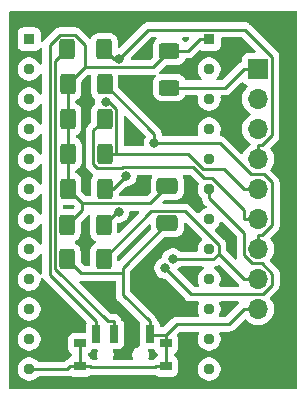
<source format=gbl>
%TF.GenerationSoftware,KiCad,Pcbnew,9.0.5*%
%TF.CreationDate,2025-10-22T18:31:25+01:00*%
%TF.ProjectId,ZX Interface 1 ROM 39SF010,5a582049-6e74-4657-9266-616365203120,rev?*%
%TF.SameCoordinates,Original*%
%TF.FileFunction,Copper,L2,Bot*%
%TF.FilePolarity,Positive*%
%FSLAX46Y46*%
G04 Gerber Fmt 4.6, Leading zero omitted, Abs format (unit mm)*
G04 Created by KiCad (PCBNEW 9.0.5) date 2025-10-22 18:31:25*
%MOMM*%
%LPD*%
G01*
G04 APERTURE LIST*
G04 Aperture macros list*
%AMRoundRect*
0 Rectangle with rounded corners*
0 $1 Rounding radius*
0 $2 $3 $4 $5 $6 $7 $8 $9 X,Y pos of 4 corners*
0 Add a 4 corners polygon primitive as box body*
4,1,4,$2,$3,$4,$5,$6,$7,$8,$9,$2,$3,0*
0 Add four circle primitives for the rounded corners*
1,1,$1+$1,$2,$3*
1,1,$1+$1,$4,$5*
1,1,$1+$1,$6,$7*
1,1,$1+$1,$8,$9*
0 Add four rect primitives between the rounded corners*
20,1,$1+$1,$2,$3,$4,$5,0*
20,1,$1+$1,$4,$5,$6,$7,0*
20,1,$1+$1,$6,$7,$8,$9,0*
20,1,$1+$1,$8,$9,$2,$3,0*%
G04 Aperture macros list end*
%TA.AperFunction,ComponentPad*%
%ADD10R,1.700000X1.700000*%
%TD*%
%TA.AperFunction,ComponentPad*%
%ADD11O,1.700000X1.700000*%
%TD*%
%TA.AperFunction,SMDPad,CuDef*%
%ADD12R,0.700000X1.500000*%
%TD*%
%TA.AperFunction,SMDPad,CuDef*%
%ADD13R,1.000000X0.800000*%
%TD*%
%TA.AperFunction,SMDPad,CuDef*%
%ADD14RoundRect,0.250000X0.400000X0.625000X-0.400000X0.625000X-0.400000X-0.625000X0.400000X-0.625000X0*%
%TD*%
%TA.AperFunction,ComponentPad*%
%ADD15R,0.960000X0.960000*%
%TD*%
%TA.AperFunction,ComponentPad*%
%ADD16C,0.960000*%
%TD*%
%TA.AperFunction,SMDPad,CuDef*%
%ADD17RoundRect,0.250000X-0.625000X0.400000X-0.625000X-0.400000X0.625000X-0.400000X0.625000X0.400000X0*%
%TD*%
%TA.AperFunction,SMDPad,CuDef*%
%ADD18RoundRect,0.250000X-0.650000X0.412500X-0.650000X-0.412500X0.650000X-0.412500X0.650000X0.412500X0*%
%TD*%
%TA.AperFunction,ViaPad*%
%ADD19C,0.800000*%
%TD*%
%TA.AperFunction,Conductor*%
%ADD20C,0.250000*%
%TD*%
G04 APERTURE END LIST*
D10*
%TO.P,J1,1,Pin_1*%
%TO.N,Net-(J1-Pin_1)*%
X170161000Y-107413400D03*
D11*
%TO.P,J1,2,Pin_2*%
%TO.N,Net-(J1-Pin_2)*%
X170161000Y-109953400D03*
%TO.P,J1,3,Pin_3*%
%TO.N,Net-(J1-Pin_3)*%
X170161000Y-112493400D03*
%TO.P,J1,4,Pin_4*%
%TO.N,Net-(J1-Pin_4)*%
X170161000Y-115033400D03*
%TO.P,J1,5,Pin_5*%
%TO.N,Net-(J1-Pin_5)*%
X170161000Y-117573400D03*
%TO.P,J1,6,Pin_6*%
%TO.N,Net-(J1-Pin_6)*%
X170161000Y-120113400D03*
%TO.P,J1,7,Pin_7*%
%TO.N,Net-(J1-Pin_7)*%
X170161000Y-122653400D03*
%TO.P,J1,8,Pin_8*%
%TO.N,Net-(J1-Pin_8)*%
X170161000Y-125193400D03*
%TO.P,J1,9,Pin_9*%
%TO.N,GND*%
X170161000Y-127733400D03*
%TD*%
D12*
%TO.P,SW1,1,1*%
%TO.N,GND*%
X160981000Y-129860100D03*
%TO.P,SW1,2,2*%
%TO.N,Net-(R2-Pad2)*%
X157981000Y-129860100D03*
%TO.P,SW1,3,3*%
%TO.N,/VCC*%
X156481000Y-129860100D03*
D13*
%TO.P,SW1,S1,S1*%
%TO.N,GND*%
X162381000Y-130645100D03*
%TO.P,SW1,S2,S2*%
X162381000Y-132575100D03*
%TO.P,SW1,S3,S3*%
X155081000Y-132575100D03*
%TO.P,SW1,S4,S4*%
X155081000Y-130645100D03*
%TD*%
D14*
%TO.P,R5,1*%
%TO.N,Net-(J1-Pin_5)*%
X157207600Y-114592100D03*
%TO.P,R5,2*%
%TO.N,/VCC*%
X154107600Y-114592100D03*
%TD*%
%TO.P,R6,1*%
%TO.N,Net-(J1-Pin_8)*%
X157090100Y-123491600D03*
%TO.P,R6,2*%
%TO.N,GND*%
X153990100Y-123491600D03*
%TD*%
%TO.P,R2,1*%
%TO.N,Net-(J1-Pin_4)*%
X157128200Y-105721100D03*
%TO.P,R2,2*%
%TO.N,Net-(R2-Pad2)*%
X154028200Y-105721100D03*
%TD*%
D15*
%TO.P,J4,01,01*%
%TO.N,/VCC*%
X166020200Y-104873400D03*
D16*
%TO.P,J4,02,02*%
%TO.N,/A8*%
X166020200Y-107413400D03*
%TO.P,J4,03,03*%
%TO.N,/A9*%
X166020200Y-109953400D03*
%TO.P,J4,04,04*%
%TO.N,/A12*%
X166020200Y-112493400D03*
%TO.P,J4,05,05*%
%TO.N,/CS1*%
X166020200Y-115033400D03*
%TO.P,J4,06,06*%
%TO.N,/A10*%
X166020200Y-117573400D03*
%TO.P,J4,07,07*%
%TO.N,/A11*%
X166020200Y-120113400D03*
%TO.P,J4,08,08*%
%TO.N,/D7*%
X166020200Y-122653400D03*
%TO.P,J4,09,09*%
%TO.N,/D6*%
X166020200Y-125193400D03*
%TO.P,J4,10,10*%
%TO.N,/D5*%
X166020200Y-127733400D03*
%TO.P,J4,11,11*%
%TO.N,/D4*%
X166020200Y-130273400D03*
%TO.P,J4,12,12*%
%TO.N,/D3*%
X166020200Y-132813400D03*
%TD*%
D14*
%TO.P,R3,1*%
%TO.N,Net-(J1-Pin_7)*%
X157166300Y-108689800D03*
%TO.P,R3,2*%
%TO.N,/VCC*%
X154066300Y-108689800D03*
%TD*%
%TO.P,R7,1*%
%TO.N,Net-(J1-Pin_3)*%
X157166300Y-117548000D03*
%TO.P,R7,2*%
%TO.N,/VCC*%
X154066300Y-117548000D03*
%TD*%
D17*
%TO.P,R1,1*%
%TO.N,/VCC*%
X162667600Y-105888500D03*
%TO.P,R1,2*%
%TO.N,Net-(J1-Pin_1)*%
X162667600Y-108988500D03*
%TD*%
D15*
%TO.P,J3,01,01*%
%TO.N,/A7*%
X150780200Y-104873400D03*
D16*
%TO.P,J3,02,02*%
%TO.N,/A6*%
X150780200Y-107413400D03*
%TO.P,J3,03,03*%
%TO.N,/A5*%
X150780200Y-109953400D03*
%TO.P,J3,04,04*%
%TO.N,/A4*%
X150780200Y-112493400D03*
%TO.P,J3,05,05*%
%TO.N,/A3*%
X150780200Y-115033400D03*
%TO.P,J3,06,06*%
%TO.N,/A2*%
X150780200Y-117573400D03*
%TO.P,J3,07,07*%
%TO.N,/A1*%
X150780200Y-120113400D03*
%TO.P,J3,08,08*%
%TO.N,/A0*%
X150780200Y-122653400D03*
%TO.P,J3,09,09*%
%TO.N,/D0*%
X150780200Y-125193400D03*
%TO.P,J3,10,10*%
%TO.N,/D1*%
X150780200Y-127733400D03*
%TO.P,J3,11,11*%
%TO.N,/D2*%
X150780200Y-130273400D03*
%TO.P,J3,12,12*%
%TO.N,GND*%
X150780200Y-132813400D03*
%TD*%
D18*
%TO.P,C1,1*%
%TO.N,/VCC*%
X162493300Y-117338100D03*
%TO.P,C1,2*%
%TO.N,GND*%
X162493300Y-120463100D03*
%TD*%
D14*
%TO.P,R8,1*%
%TO.N,Net-(J1-Pin_2)*%
X157090100Y-120637300D03*
%TO.P,R8,2*%
%TO.N,/VCC*%
X153990100Y-120637300D03*
%TD*%
%TO.P,R4,1*%
%TO.N,Net-(J1-Pin_6)*%
X157166300Y-111661600D03*
%TO.P,R4,2*%
%TO.N,/VCC*%
X154066300Y-111661600D03*
%TD*%
D19*
%TO.N,/A10*%
X162288300Y-124272500D03*
%TO.N,Net-(J1-Pin_2)*%
X158375000Y-119503600D03*
%TO.N,Net-(J1-Pin_3)*%
X158992900Y-116453000D03*
%TO.N,Net-(J1-Pin_4)*%
X158414900Y-106529000D03*
%TO.N,Net-(J1-Pin_5)*%
X157295200Y-110175700D03*
%TO.N,Net-(J1-Pin_7)*%
X161388700Y-113681600D03*
%TO.N,Net-(J1-Pin_8)*%
X162929200Y-123491100D03*
%TD*%
D20*
%TO.N,/VCC*%
X155290300Y-118772000D02*
X155290300Y-119337100D01*
X155290300Y-118772000D02*
X154066300Y-117548000D01*
X161300200Y-107255900D02*
X162667600Y-105888500D01*
X153372400Y-104512700D02*
X152515100Y-105370000D01*
X155500200Y-107255900D02*
X161300200Y-107255900D01*
X166020200Y-104873400D02*
X165213300Y-104873400D01*
X162493300Y-117338100D02*
X161059400Y-118772000D01*
X161059400Y-118772000D02*
X155290300Y-118772000D01*
X164198200Y-105888500D02*
X165213300Y-104873400D01*
X155500200Y-105344600D02*
X154668300Y-104512700D01*
X156481000Y-129860100D02*
X156481000Y-128783200D01*
X154107600Y-111702900D02*
X154107600Y-114592100D01*
X155500200Y-107255900D02*
X155500200Y-105344600D01*
X154066300Y-111661600D02*
X154107600Y-111702900D01*
X162667600Y-105888500D02*
X164198200Y-105888500D01*
X154066300Y-108689800D02*
X155500200Y-107255900D01*
X154066300Y-114633400D02*
X154066300Y-117548000D01*
X154107600Y-114592100D02*
X154066300Y-114633400D01*
X155290300Y-119337100D02*
X153990100Y-120637300D01*
X154668300Y-104512700D02*
X153372400Y-104512700D01*
X154066300Y-108689800D02*
X154066300Y-111661600D01*
X152515100Y-105370000D02*
X152515100Y-124817300D01*
X152515100Y-124817300D02*
X156481000Y-128783200D01*
%TO.N,GND*%
X158733800Y-126536000D02*
X160981000Y-128783200D01*
X162493300Y-120463100D02*
X158733800Y-124222600D01*
X155907900Y-132575100D02*
X155981700Y-132648900D01*
X163281700Y-129017500D02*
X162381000Y-129918200D01*
X162381000Y-129918200D02*
X161039100Y-129918200D01*
X162381000Y-132575100D02*
X161554100Y-132575100D01*
X160981000Y-129860100D02*
X160981000Y-128783200D01*
X155081000Y-130645100D02*
X155081000Y-132575100D01*
X155081000Y-132575100D02*
X155907900Y-132575100D01*
X161039100Y-129918200D02*
X160981000Y-129860100D01*
X161480300Y-132648900D02*
X161554100Y-132575100D01*
X170161000Y-127733400D02*
X168984100Y-127733400D01*
X162381000Y-130645100D02*
X162381000Y-132575100D01*
X168984100Y-127733400D02*
X167700000Y-129017500D01*
X162381000Y-130645100D02*
X162381000Y-129918200D01*
X158733800Y-124222600D02*
X158733800Y-124697200D01*
X158733800Y-124697200D02*
X155195700Y-124697200D01*
X155081000Y-132575100D02*
X154254100Y-132575100D01*
X154015800Y-132813400D02*
X154254100Y-132575100D01*
X167700000Y-129017500D02*
X163281700Y-129017500D01*
X155195700Y-124697200D02*
X153990100Y-123491600D01*
X158733800Y-124697200D02*
X158733800Y-126536000D01*
X155981700Y-132648900D02*
X161480300Y-132648900D01*
X150780200Y-132813400D02*
X154015800Y-132813400D01*
%TO.N,/A10*%
X166020200Y-117573400D02*
X166020200Y-118323400D01*
X168984100Y-121287300D02*
X168984100Y-123191400D01*
X169623000Y-123830300D02*
X170480100Y-123830300D01*
X171373200Y-125672400D02*
X170582200Y-126463400D01*
X170582200Y-126463400D02*
X164479200Y-126463400D01*
X166020200Y-118323400D02*
X168984100Y-121287300D01*
X171373200Y-124723400D02*
X171373200Y-125672400D01*
X168984100Y-123191400D02*
X169623000Y-123830300D01*
X170480100Y-123830300D02*
X171373200Y-124723400D01*
X164479200Y-126463400D02*
X162288300Y-124272500D01*
%TO.N,Net-(J1-Pin_1)*%
X167409000Y-108988500D02*
X168984100Y-107413400D01*
X170161000Y-107413400D02*
X168984100Y-107413400D01*
X162667600Y-108988500D02*
X167409000Y-108988500D01*
%TO.N,Net-(J1-Pin_2)*%
X157090100Y-120637300D02*
X158223800Y-119503600D01*
X158223800Y-119503600D02*
X158375000Y-119503600D01*
%TO.N,Net-(J1-Pin_3)*%
X157897900Y-117548000D02*
X158992900Y-116453000D01*
X157166300Y-117548000D02*
X157897900Y-117548000D01*
%TO.N,Net-(J1-Pin_4)*%
X160877400Y-104066500D02*
X169019400Y-104066500D01*
X158414900Y-106529000D02*
X160877400Y-104066500D01*
X170526800Y-113856500D02*
X170161000Y-113856500D01*
X171355000Y-113028300D02*
X170526800Y-113856500D01*
X169019400Y-104066500D02*
X171355000Y-106402100D01*
X157128200Y-105721100D02*
X157936100Y-106529000D01*
X170161000Y-115033400D02*
X170161000Y-113856500D01*
X157936100Y-106529000D02*
X158414900Y-106529000D01*
X171355000Y-106402100D02*
X171355000Y-113028300D01*
%TO.N,Net-(J1-Pin_5)*%
X157207600Y-114592100D02*
X158156900Y-114592100D01*
X157522500Y-110175700D02*
X157295200Y-110175700D01*
X158156900Y-110810100D02*
X157522500Y-110175700D01*
X158156900Y-114592100D02*
X164196200Y-114592100D01*
X165469600Y-115865500D02*
X167276200Y-115865500D01*
X164196200Y-114592100D02*
X165469600Y-115865500D01*
X170161000Y-117573400D02*
X168984100Y-117573400D01*
X167276200Y-115865500D02*
X168984100Y-117573400D01*
X158156900Y-114592100D02*
X158156900Y-110810100D01*
%TO.N,Net-(J1-Pin_6)*%
X156219900Y-115461600D02*
X156219900Y-112608000D01*
X168984100Y-120113400D02*
X168984100Y-119377800D01*
X156570400Y-115812100D02*
X156219900Y-115461600D01*
X165626300Y-116661300D02*
X164691100Y-115726100D01*
X170161000Y-120113400D02*
X168984100Y-120113400D01*
X156219900Y-112608000D02*
X157166300Y-111661600D01*
X168984100Y-119377800D02*
X166267600Y-116661300D01*
X166267600Y-116661300D02*
X165626300Y-116661300D01*
X158605900Y-115812100D02*
X156570400Y-115812100D01*
X158691900Y-115726100D02*
X158605900Y-115812100D01*
X164691100Y-115726100D02*
X158691900Y-115726100D01*
%TO.N,Net-(J1-Pin_7)*%
X169530800Y-116303400D02*
X170659300Y-116303400D01*
X170526800Y-121476500D02*
X170161000Y-121476500D01*
X161388700Y-112912200D02*
X161388700Y-113681600D01*
X157166300Y-108689800D02*
X161388700Y-112912200D01*
X170659300Y-116303400D02*
X171363200Y-117007300D01*
X170161000Y-122653400D02*
X170161000Y-121476500D01*
X171363200Y-117007300D02*
X171363200Y-120640100D01*
X161388700Y-113681600D02*
X166909000Y-113681600D01*
X171363200Y-120640100D02*
X170526800Y-121476500D01*
X166909000Y-113681600D02*
X169530800Y-116303400D01*
%TO.N,Net-(J1-Pin_8)*%
X163994100Y-119454000D02*
X161127700Y-119454000D01*
X170161000Y-125193400D02*
X168984100Y-125193400D01*
X161127700Y-119454000D02*
X157090100Y-123491600D01*
X166836600Y-123045900D02*
X166836600Y-122296500D01*
X166391400Y-123491100D02*
X162929200Y-123491100D01*
X168984100Y-125193400D02*
X166836600Y-123045900D01*
X166836600Y-122296500D02*
X163994100Y-119454000D01*
X166836600Y-123045900D02*
X166391400Y-123491100D01*
%TO.N,Net-(R2-Pad2)*%
X157981000Y-129860100D02*
X157981000Y-128783200D01*
X157433700Y-128783200D02*
X157981000Y-128783200D01*
X152989600Y-124339100D02*
X157433700Y-128783200D01*
X154028200Y-105721100D02*
X152989600Y-106759700D01*
X152989600Y-106759700D02*
X152989600Y-124339100D01*
%TD*%
%TA.AperFunction,NonConductor*%
G36*
X173421864Y-102520185D02*
G01*
X173467619Y-102572989D01*
X173478825Y-102624500D01*
X173478825Y-134375500D01*
X173459140Y-134442539D01*
X173406336Y-134488294D01*
X173354825Y-134499500D01*
X149183900Y-134499500D01*
X149116861Y-134479815D01*
X149071106Y-134427011D01*
X149059900Y-134375500D01*
X149059900Y-130176824D01*
X149799700Y-130176824D01*
X149799700Y-130369975D01*
X149837378Y-130559393D01*
X149837381Y-130559405D01*
X149911288Y-130737834D01*
X149911295Y-130737847D01*
X150018595Y-130898431D01*
X150018598Y-130898435D01*
X150155164Y-131035001D01*
X150155168Y-131035004D01*
X150315752Y-131142304D01*
X150315765Y-131142311D01*
X150485416Y-131212582D01*
X150494199Y-131216220D01*
X150675314Y-131252246D01*
X150683624Y-131253899D01*
X150683627Y-131253900D01*
X150683629Y-131253900D01*
X150876773Y-131253900D01*
X150876774Y-131253899D01*
X151066201Y-131216220D01*
X151225822Y-131150103D01*
X151244634Y-131142311D01*
X151244634Y-131142310D01*
X151244641Y-131142308D01*
X151405232Y-131035004D01*
X151541804Y-130898432D01*
X151649108Y-130737841D01*
X151723020Y-130559401D01*
X151760700Y-130369971D01*
X151760700Y-130176829D01*
X151760700Y-130176826D01*
X151760699Y-130176824D01*
X151752900Y-130137616D01*
X151723020Y-129987399D01*
X151695329Y-129920546D01*
X151649111Y-129808965D01*
X151649104Y-129808952D01*
X151541804Y-129648368D01*
X151541801Y-129648364D01*
X151405235Y-129511798D01*
X151405231Y-129511795D01*
X151244647Y-129404495D01*
X151244634Y-129404488D01*
X151066205Y-129330581D01*
X151066193Y-129330578D01*
X150876774Y-129292900D01*
X150876771Y-129292900D01*
X150683629Y-129292900D01*
X150683626Y-129292900D01*
X150494206Y-129330578D01*
X150494194Y-129330581D01*
X150315765Y-129404488D01*
X150315752Y-129404495D01*
X150155168Y-129511795D01*
X150155164Y-129511798D01*
X150018598Y-129648364D01*
X150018595Y-129648368D01*
X149911295Y-129808952D01*
X149911288Y-129808965D01*
X149837381Y-129987394D01*
X149837378Y-129987406D01*
X149799700Y-130176824D01*
X149059900Y-130176824D01*
X149059900Y-127636824D01*
X149799700Y-127636824D01*
X149799700Y-127829975D01*
X149837378Y-128019393D01*
X149837381Y-128019405D01*
X149911288Y-128197834D01*
X149911295Y-128197847D01*
X150018595Y-128358431D01*
X150018598Y-128358435D01*
X150155164Y-128495001D01*
X150155168Y-128495004D01*
X150315752Y-128602304D01*
X150315765Y-128602311D01*
X150404829Y-128639202D01*
X150494199Y-128676220D01*
X150683624Y-128713899D01*
X150683627Y-128713900D01*
X150683629Y-128713900D01*
X150876773Y-128713900D01*
X150876774Y-128713899D01*
X151066201Y-128676220D01*
X151244641Y-128602308D01*
X151405232Y-128495004D01*
X151541804Y-128358432D01*
X151649108Y-128197841D01*
X151655779Y-128181737D01*
X151723018Y-128019405D01*
X151723020Y-128019401D01*
X151760700Y-127829971D01*
X151760700Y-127636829D01*
X151760700Y-127636826D01*
X151760699Y-127636824D01*
X151723021Y-127447406D01*
X151723020Y-127447399D01*
X151710495Y-127417160D01*
X151649111Y-127268965D01*
X151649104Y-127268952D01*
X151541804Y-127108368D01*
X151541801Y-127108364D01*
X151405235Y-126971798D01*
X151405231Y-126971795D01*
X151244647Y-126864495D01*
X151244634Y-126864488D01*
X151066205Y-126790581D01*
X151066193Y-126790578D01*
X150876774Y-126752900D01*
X150876771Y-126752900D01*
X150683629Y-126752900D01*
X150683626Y-126752900D01*
X150494206Y-126790578D01*
X150494194Y-126790581D01*
X150315765Y-126864488D01*
X150315752Y-126864495D01*
X150155168Y-126971795D01*
X150155164Y-126971798D01*
X150018598Y-127108364D01*
X150018595Y-127108368D01*
X149911295Y-127268952D01*
X149911288Y-127268965D01*
X149837381Y-127447394D01*
X149837378Y-127447406D01*
X149799700Y-127636824D01*
X149059900Y-127636824D01*
X149059900Y-104345535D01*
X149799700Y-104345535D01*
X149799700Y-105401270D01*
X149799701Y-105401276D01*
X149806108Y-105460883D01*
X149856402Y-105595728D01*
X149856406Y-105595735D01*
X149942652Y-105710944D01*
X149942655Y-105710947D01*
X150057864Y-105797193D01*
X150057871Y-105797197D01*
X150192717Y-105847491D01*
X150192716Y-105847491D01*
X150199644Y-105848235D01*
X150252327Y-105853900D01*
X151308072Y-105853899D01*
X151367683Y-105847491D01*
X151502531Y-105797196D01*
X151617746Y-105710946D01*
X151666335Y-105646039D01*
X151722267Y-105604170D01*
X151791959Y-105599186D01*
X151853282Y-105632671D01*
X151886766Y-105693994D01*
X151889600Y-105720352D01*
X151889600Y-106906167D01*
X151869915Y-106973206D01*
X151817111Y-107018961D01*
X151747953Y-107028905D01*
X151684397Y-106999880D01*
X151651040Y-106953621D01*
X151649112Y-106948967D01*
X151649104Y-106948952D01*
X151541804Y-106788368D01*
X151541801Y-106788364D01*
X151405235Y-106651798D01*
X151405231Y-106651795D01*
X151244647Y-106544495D01*
X151244634Y-106544488D01*
X151066205Y-106470581D01*
X151066193Y-106470578D01*
X150876774Y-106432900D01*
X150876771Y-106432900D01*
X150683629Y-106432900D01*
X150683626Y-106432900D01*
X150494206Y-106470578D01*
X150494194Y-106470581D01*
X150315765Y-106544488D01*
X150315752Y-106544495D01*
X150155168Y-106651795D01*
X150155164Y-106651798D01*
X150018598Y-106788364D01*
X150018595Y-106788368D01*
X149911295Y-106948952D01*
X149911288Y-106948965D01*
X149837381Y-107127394D01*
X149837378Y-107127406D01*
X149799700Y-107316824D01*
X149799700Y-107509975D01*
X149837378Y-107699393D01*
X149837381Y-107699405D01*
X149911288Y-107877834D01*
X149911295Y-107877847D01*
X150018595Y-108038431D01*
X150018598Y-108038435D01*
X150155164Y-108175001D01*
X150155168Y-108175004D01*
X150315752Y-108282304D01*
X150315765Y-108282311D01*
X150422885Y-108326681D01*
X150494199Y-108356220D01*
X150651811Y-108387571D01*
X150683624Y-108393899D01*
X150683627Y-108393900D01*
X150683629Y-108393900D01*
X150876773Y-108393900D01*
X150876774Y-108393899D01*
X151066201Y-108356220D01*
X151244641Y-108282308D01*
X151405232Y-108175004D01*
X151541804Y-108038432D01*
X151649108Y-107877841D01*
X151651038Y-107873182D01*
X151694878Y-107818777D01*
X151761172Y-107796711D01*
X151828871Y-107813989D01*
X151876483Y-107865125D01*
X151889600Y-107920632D01*
X151889600Y-109446167D01*
X151869915Y-109513206D01*
X151817111Y-109558961D01*
X151747953Y-109568905D01*
X151684397Y-109539880D01*
X151651040Y-109493621D01*
X151649112Y-109488967D01*
X151649104Y-109488952D01*
X151541804Y-109328368D01*
X151541801Y-109328364D01*
X151405235Y-109191798D01*
X151405231Y-109191795D01*
X151244647Y-109084495D01*
X151244634Y-109084488D01*
X151066205Y-109010581D01*
X151066193Y-109010578D01*
X150876774Y-108972900D01*
X150876771Y-108972900D01*
X150683629Y-108972900D01*
X150683626Y-108972900D01*
X150494206Y-109010578D01*
X150494194Y-109010581D01*
X150315765Y-109084488D01*
X150315752Y-109084495D01*
X150155168Y-109191795D01*
X150155164Y-109191798D01*
X150018598Y-109328364D01*
X150018595Y-109328368D01*
X149911295Y-109488952D01*
X149911288Y-109488965D01*
X149837381Y-109667394D01*
X149837378Y-109667406D01*
X149799700Y-109856824D01*
X149799700Y-110049975D01*
X149837378Y-110239393D01*
X149837381Y-110239405D01*
X149911288Y-110417834D01*
X149911295Y-110417847D01*
X150018595Y-110578431D01*
X150018598Y-110578435D01*
X150155164Y-110715001D01*
X150155168Y-110715004D01*
X150315752Y-110822304D01*
X150315765Y-110822311D01*
X150464224Y-110883804D01*
X150494199Y-110896220D01*
X150683624Y-110933899D01*
X150683627Y-110933900D01*
X150683629Y-110933900D01*
X150876773Y-110933900D01*
X150876774Y-110933899D01*
X151066201Y-110896220D01*
X151244641Y-110822308D01*
X151405232Y-110715004D01*
X151541804Y-110578432D01*
X151649108Y-110417841D01*
X151651038Y-110413182D01*
X151694878Y-110358777D01*
X151761172Y-110336711D01*
X151828871Y-110353989D01*
X151876483Y-110405125D01*
X151889600Y-110460632D01*
X151889600Y-111986167D01*
X151869915Y-112053206D01*
X151817111Y-112098961D01*
X151747953Y-112108905D01*
X151684397Y-112079880D01*
X151651040Y-112033621D01*
X151649112Y-112028967D01*
X151649104Y-112028952D01*
X151541804Y-111868368D01*
X151541801Y-111868364D01*
X151405235Y-111731798D01*
X151405231Y-111731795D01*
X151244647Y-111624495D01*
X151244634Y-111624488D01*
X151066205Y-111550581D01*
X151066193Y-111550578D01*
X150876774Y-111512900D01*
X150876771Y-111512900D01*
X150683629Y-111512900D01*
X150683626Y-111512900D01*
X150494206Y-111550578D01*
X150494194Y-111550581D01*
X150315765Y-111624488D01*
X150315752Y-111624495D01*
X150155168Y-111731795D01*
X150155164Y-111731798D01*
X150018598Y-111868364D01*
X150018595Y-111868368D01*
X149911295Y-112028952D01*
X149911288Y-112028965D01*
X149837381Y-112207394D01*
X149837378Y-112207406D01*
X149799700Y-112396824D01*
X149799700Y-112589975D01*
X149837378Y-112779393D01*
X149837381Y-112779405D01*
X149911288Y-112957834D01*
X149911295Y-112957847D01*
X150018595Y-113118431D01*
X150018598Y-113118435D01*
X150155164Y-113255001D01*
X150155168Y-113255004D01*
X150315752Y-113362304D01*
X150315765Y-113362311D01*
X150494194Y-113436218D01*
X150494199Y-113436220D01*
X150683624Y-113473899D01*
X150683627Y-113473900D01*
X150683629Y-113473900D01*
X150876773Y-113473900D01*
X150876774Y-113473899D01*
X151066201Y-113436220D01*
X151244641Y-113362308D01*
X151405232Y-113255004D01*
X151541804Y-113118432D01*
X151649108Y-112957841D01*
X151651038Y-112953182D01*
X151694878Y-112898777D01*
X151761172Y-112876711D01*
X151828871Y-112893989D01*
X151876483Y-112945125D01*
X151889600Y-113000632D01*
X151889600Y-114526167D01*
X151869915Y-114593206D01*
X151817111Y-114638961D01*
X151747953Y-114648905D01*
X151684397Y-114619880D01*
X151651040Y-114573621D01*
X151649112Y-114568967D01*
X151649104Y-114568952D01*
X151541804Y-114408368D01*
X151541801Y-114408364D01*
X151405235Y-114271798D01*
X151405231Y-114271795D01*
X151244647Y-114164495D01*
X151244634Y-114164488D01*
X151066205Y-114090581D01*
X151066193Y-114090578D01*
X150876774Y-114052900D01*
X150876771Y-114052900D01*
X150683629Y-114052900D01*
X150683626Y-114052900D01*
X150494206Y-114090578D01*
X150494194Y-114090581D01*
X150315765Y-114164488D01*
X150315752Y-114164495D01*
X150155168Y-114271795D01*
X150155164Y-114271798D01*
X150018598Y-114408364D01*
X150018595Y-114408368D01*
X149911295Y-114568952D01*
X149911288Y-114568965D01*
X149837381Y-114747394D01*
X149837378Y-114747406D01*
X149799700Y-114936824D01*
X149799700Y-115129975D01*
X149837378Y-115319393D01*
X149837381Y-115319405D01*
X149911288Y-115497834D01*
X149911295Y-115497847D01*
X150018595Y-115658431D01*
X150018598Y-115658435D01*
X150155164Y-115795001D01*
X150155168Y-115795004D01*
X150315752Y-115902304D01*
X150315765Y-115902311D01*
X150494194Y-115976218D01*
X150494199Y-115976220D01*
X150662781Y-116009753D01*
X150683624Y-116013899D01*
X150683627Y-116013900D01*
X150683629Y-116013900D01*
X150876773Y-116013900D01*
X150876774Y-116013899D01*
X151066201Y-115976220D01*
X151244641Y-115902308D01*
X151405232Y-115795004D01*
X151541804Y-115658432D01*
X151649108Y-115497841D01*
X151651038Y-115493182D01*
X151694878Y-115438777D01*
X151761172Y-115416711D01*
X151828871Y-115433989D01*
X151876483Y-115485125D01*
X151889600Y-115540632D01*
X151889600Y-117066167D01*
X151869915Y-117133206D01*
X151817111Y-117178961D01*
X151747953Y-117188905D01*
X151684397Y-117159880D01*
X151651040Y-117113621D01*
X151649112Y-117108967D01*
X151649104Y-117108952D01*
X151541804Y-116948368D01*
X151541801Y-116948364D01*
X151405235Y-116811798D01*
X151405231Y-116811795D01*
X151244647Y-116704495D01*
X151244634Y-116704488D01*
X151066205Y-116630581D01*
X151066193Y-116630578D01*
X150876774Y-116592900D01*
X150876771Y-116592900D01*
X150683629Y-116592900D01*
X150683626Y-116592900D01*
X150494206Y-116630578D01*
X150494194Y-116630581D01*
X150315765Y-116704488D01*
X150315752Y-116704495D01*
X150155168Y-116811795D01*
X150155164Y-116811798D01*
X150018598Y-116948364D01*
X150018595Y-116948368D01*
X149911295Y-117108952D01*
X149911288Y-117108965D01*
X149837381Y-117287394D01*
X149837378Y-117287406D01*
X149799700Y-117476824D01*
X149799700Y-117669975D01*
X149837378Y-117859393D01*
X149837381Y-117859405D01*
X149911288Y-118037834D01*
X149911295Y-118037847D01*
X150018595Y-118198431D01*
X150018598Y-118198435D01*
X150155164Y-118335001D01*
X150155168Y-118335004D01*
X150315752Y-118442304D01*
X150315765Y-118442311D01*
X150464535Y-118503933D01*
X150494199Y-118516220D01*
X150683624Y-118553899D01*
X150683627Y-118553900D01*
X150683629Y-118553900D01*
X150876773Y-118553900D01*
X150876774Y-118553899D01*
X151066201Y-118516220D01*
X151244641Y-118442308D01*
X151405232Y-118335004D01*
X151541804Y-118198432D01*
X151649108Y-118037841D01*
X151651038Y-118033182D01*
X151694878Y-117978777D01*
X151761172Y-117956711D01*
X151828871Y-117973989D01*
X151876483Y-118025125D01*
X151889600Y-118080632D01*
X151889600Y-119606167D01*
X151869915Y-119673206D01*
X151817111Y-119718961D01*
X151747953Y-119728905D01*
X151684397Y-119699880D01*
X151651040Y-119653621D01*
X151649112Y-119648967D01*
X151649104Y-119648952D01*
X151541804Y-119488368D01*
X151541801Y-119488364D01*
X151405235Y-119351798D01*
X151405231Y-119351795D01*
X151244647Y-119244495D01*
X151244634Y-119244488D01*
X151066205Y-119170581D01*
X151066193Y-119170578D01*
X150876774Y-119132900D01*
X150876771Y-119132900D01*
X150683629Y-119132900D01*
X150683626Y-119132900D01*
X150494206Y-119170578D01*
X150494194Y-119170581D01*
X150315765Y-119244488D01*
X150315752Y-119244495D01*
X150155168Y-119351795D01*
X150155164Y-119351798D01*
X150018598Y-119488364D01*
X150018595Y-119488368D01*
X149911295Y-119648952D01*
X149911288Y-119648965D01*
X149837381Y-119827394D01*
X149837378Y-119827406D01*
X149799700Y-120016824D01*
X149799700Y-120209975D01*
X149837378Y-120399393D01*
X149837381Y-120399405D01*
X149911288Y-120577834D01*
X149911295Y-120577847D01*
X150018595Y-120738431D01*
X150018598Y-120738435D01*
X150155164Y-120875001D01*
X150155168Y-120875004D01*
X150315752Y-120982304D01*
X150315765Y-120982311D01*
X150494194Y-121056218D01*
X150494199Y-121056220D01*
X150683624Y-121093899D01*
X150683627Y-121093900D01*
X150683629Y-121093900D01*
X150876773Y-121093900D01*
X150876774Y-121093899D01*
X151066201Y-121056220D01*
X151244641Y-120982308D01*
X151405232Y-120875004D01*
X151541804Y-120738432D01*
X151649108Y-120577841D01*
X151651038Y-120573182D01*
X151694878Y-120518777D01*
X151761172Y-120496711D01*
X151828871Y-120513989D01*
X151876483Y-120565125D01*
X151889600Y-120620632D01*
X151889600Y-122146167D01*
X151869915Y-122213206D01*
X151817111Y-122258961D01*
X151747953Y-122268905D01*
X151684397Y-122239880D01*
X151651040Y-122193621D01*
X151649112Y-122188967D01*
X151649104Y-122188952D01*
X151541804Y-122028368D01*
X151541801Y-122028364D01*
X151405235Y-121891798D01*
X151405231Y-121891795D01*
X151244647Y-121784495D01*
X151244634Y-121784488D01*
X151066205Y-121710581D01*
X151066193Y-121710578D01*
X150876774Y-121672900D01*
X150876771Y-121672900D01*
X150683629Y-121672900D01*
X150683626Y-121672900D01*
X150494206Y-121710578D01*
X150494194Y-121710581D01*
X150315765Y-121784488D01*
X150315752Y-121784495D01*
X150155168Y-121891795D01*
X150155164Y-121891798D01*
X150018598Y-122028364D01*
X150018595Y-122028368D01*
X149911295Y-122188952D01*
X149911288Y-122188965D01*
X149837381Y-122367394D01*
X149837378Y-122367406D01*
X149799700Y-122556824D01*
X149799700Y-122749975D01*
X149837378Y-122939393D01*
X149837381Y-122939405D01*
X149911288Y-123117834D01*
X149911295Y-123117847D01*
X150018595Y-123278431D01*
X150018598Y-123278435D01*
X150155164Y-123415001D01*
X150155168Y-123415004D01*
X150315752Y-123522304D01*
X150315765Y-123522311D01*
X150491140Y-123594953D01*
X150494199Y-123596220D01*
X150683624Y-123633899D01*
X150683627Y-123633900D01*
X150683629Y-123633900D01*
X150876773Y-123633900D01*
X150876774Y-123633899D01*
X151066201Y-123596220D01*
X151244641Y-123522308D01*
X151405232Y-123415004D01*
X151541804Y-123278432D01*
X151649108Y-123117841D01*
X151651038Y-123113182D01*
X151694878Y-123058777D01*
X151761172Y-123036711D01*
X151828871Y-123053989D01*
X151876483Y-123105125D01*
X151889600Y-123160632D01*
X151889600Y-124686167D01*
X151869915Y-124753206D01*
X151817111Y-124798961D01*
X151747953Y-124808905D01*
X151684397Y-124779880D01*
X151651040Y-124733621D01*
X151649112Y-124728967D01*
X151649104Y-124728952D01*
X151541804Y-124568368D01*
X151541801Y-124568364D01*
X151405235Y-124431798D01*
X151405231Y-124431795D01*
X151244647Y-124324495D01*
X151244634Y-124324488D01*
X151066205Y-124250581D01*
X151066193Y-124250578D01*
X150876774Y-124212900D01*
X150876771Y-124212900D01*
X150683629Y-124212900D01*
X150683626Y-124212900D01*
X150494206Y-124250578D01*
X150494194Y-124250581D01*
X150315765Y-124324488D01*
X150315752Y-124324495D01*
X150155168Y-124431795D01*
X150155164Y-124431798D01*
X150018598Y-124568364D01*
X150018595Y-124568368D01*
X149911295Y-124728952D01*
X149911288Y-124728965D01*
X149837381Y-124907394D01*
X149837378Y-124907406D01*
X149799700Y-125096824D01*
X149799700Y-125289975D01*
X149837378Y-125479393D01*
X149837381Y-125479405D01*
X149911288Y-125657834D01*
X149911295Y-125657847D01*
X150018595Y-125818431D01*
X150018598Y-125818435D01*
X150155164Y-125955001D01*
X150155168Y-125955004D01*
X150315752Y-126062304D01*
X150315765Y-126062311D01*
X150494194Y-126136218D01*
X150494199Y-126136220D01*
X150640510Y-126165323D01*
X150683624Y-126173899D01*
X150683627Y-126173900D01*
X150683629Y-126173900D01*
X150876773Y-126173900D01*
X150876774Y-126173899D01*
X151066201Y-126136220D01*
X151204209Y-126079055D01*
X151244634Y-126062311D01*
X151244634Y-126062310D01*
X151244641Y-126062308D01*
X151405232Y-125955004D01*
X151541804Y-125818432D01*
X151649108Y-125657841D01*
X151723020Y-125479401D01*
X151760700Y-125289971D01*
X151760700Y-125222905D01*
X151768176Y-125197442D01*
X151772004Y-125171178D01*
X151777868Y-125164436D01*
X151780385Y-125155866D01*
X151800439Y-125138488D01*
X151817860Y-125118462D01*
X151826437Y-125115961D01*
X151833189Y-125110111D01*
X151859456Y-125106334D01*
X151884937Y-125098905D01*
X151893504Y-125101438D01*
X151902347Y-125100167D01*
X151926488Y-125111192D01*
X151951939Y-125118718D01*
X151959705Y-125126361D01*
X151965903Y-125129192D01*
X151978568Y-125141882D01*
X151983559Y-125147665D01*
X152029242Y-125216033D01*
X152116367Y-125303158D01*
X152116369Y-125303159D01*
X152126653Y-125313443D01*
X155629163Y-128815954D01*
X155662648Y-128877277D01*
X155657664Y-128946967D01*
X155636909Y-129002614D01*
X155636908Y-129002616D01*
X155631745Y-129050646D01*
X155630501Y-129062223D01*
X155630500Y-129062235D01*
X155630500Y-129620600D01*
X155610815Y-129687639D01*
X155558011Y-129733394D01*
X155506500Y-129744600D01*
X154533129Y-129744600D01*
X154533123Y-129744601D01*
X154473516Y-129751008D01*
X154338671Y-129801302D01*
X154338664Y-129801306D01*
X154223455Y-129887552D01*
X154223452Y-129887555D01*
X154137206Y-130002764D01*
X154137202Y-130002771D01*
X154086908Y-130137617D01*
X154082693Y-130176826D01*
X154080501Y-130197223D01*
X154080500Y-130197235D01*
X154080500Y-131092970D01*
X154080501Y-131092976D01*
X154086908Y-131152583D01*
X154137202Y-131287428D01*
X154137206Y-131287435D01*
X154223452Y-131402644D01*
X154223455Y-131402647D01*
X154338664Y-131488893D01*
X154338673Y-131488898D01*
X154352132Y-131493918D01*
X154408066Y-131535788D01*
X154432484Y-131601253D01*
X154417633Y-131669526D01*
X154368228Y-131718932D01*
X154352141Y-131726279D01*
X154338669Y-131731304D01*
X154338664Y-131731306D01*
X154223455Y-131817552D01*
X154141200Y-131927429D01*
X154095528Y-131964937D01*
X154081439Y-131971689D01*
X154071648Y-131973637D01*
X154038307Y-131987447D01*
X153957814Y-132020788D01*
X153911409Y-132051796D01*
X153904071Y-132056699D01*
X153904067Y-132056701D01*
X153855368Y-132089240D01*
X153824198Y-132120410D01*
X153793026Y-132151582D01*
X153731706Y-132185066D01*
X153705347Y-132187900D01*
X151592698Y-132187900D01*
X151525659Y-132168215D01*
X151505021Y-132151585D01*
X151405232Y-132051796D01*
X151405231Y-132051795D01*
X151405230Y-132051794D01*
X151244647Y-131944495D01*
X151244634Y-131944488D01*
X151066205Y-131870581D01*
X151066193Y-131870578D01*
X150876774Y-131832900D01*
X150876771Y-131832900D01*
X150683629Y-131832900D01*
X150683626Y-131832900D01*
X150494206Y-131870578D01*
X150494194Y-131870581D01*
X150315765Y-131944488D01*
X150315752Y-131944495D01*
X150155168Y-132051795D01*
X150155166Y-132051797D01*
X150018598Y-132188364D01*
X150018595Y-132188368D01*
X149911295Y-132348952D01*
X149911288Y-132348965D01*
X149837381Y-132527394D01*
X149837378Y-132527406D01*
X149799700Y-132716824D01*
X149799700Y-132909975D01*
X149837378Y-133099393D01*
X149837381Y-133099405D01*
X149911288Y-133277834D01*
X149911295Y-133277847D01*
X150018595Y-133438431D01*
X150018598Y-133438435D01*
X150155164Y-133575001D01*
X150155168Y-133575004D01*
X150315752Y-133682304D01*
X150315765Y-133682311D01*
X150494194Y-133756218D01*
X150494199Y-133756220D01*
X150683624Y-133793899D01*
X150683627Y-133793900D01*
X150683629Y-133793900D01*
X150876773Y-133793900D01*
X150876774Y-133793899D01*
X151066201Y-133756220D01*
X151244641Y-133682308D01*
X151405232Y-133575004D01*
X151505018Y-133475217D01*
X151566339Y-133441734D01*
X151592698Y-133438900D01*
X154077407Y-133438900D01*
X154137829Y-133426881D01*
X154198252Y-133414863D01*
X154227542Y-133402729D01*
X154235491Y-133400613D01*
X154262522Y-133401298D01*
X154289408Y-133398407D01*
X154298127Y-133402202D01*
X154305338Y-133402385D01*
X154317457Y-133410615D01*
X154330087Y-133416112D01*
X154330888Y-133414647D01*
X154338670Y-133418897D01*
X154473517Y-133469191D01*
X154473516Y-133469191D01*
X154480444Y-133469935D01*
X154533127Y-133475600D01*
X155628872Y-133475599D01*
X155688483Y-133469191D01*
X155823331Y-133418896D01*
X155938546Y-133332646D01*
X155944952Y-133324087D01*
X156000885Y-133282218D01*
X156044218Y-133274400D01*
X161417782Y-133274400D01*
X161484821Y-133294085D01*
X161517046Y-133324086D01*
X161523454Y-133332646D01*
X161523455Y-133332646D01*
X161523456Y-133332648D01*
X161638664Y-133418893D01*
X161638671Y-133418897D01*
X161773517Y-133469191D01*
X161773516Y-133469191D01*
X161780444Y-133469935D01*
X161833127Y-133475600D01*
X162928872Y-133475599D01*
X162988483Y-133469191D01*
X163123331Y-133418896D01*
X163238546Y-133332646D01*
X163324796Y-133217431D01*
X163375091Y-133082583D01*
X163381500Y-133022973D01*
X163381499Y-132716824D01*
X165039700Y-132716824D01*
X165039700Y-132909975D01*
X165077378Y-133099393D01*
X165077381Y-133099405D01*
X165151288Y-133277834D01*
X165151295Y-133277847D01*
X165258595Y-133438431D01*
X165258598Y-133438435D01*
X165395164Y-133575001D01*
X165395168Y-133575004D01*
X165555752Y-133682304D01*
X165555765Y-133682311D01*
X165734194Y-133756218D01*
X165734199Y-133756220D01*
X165923624Y-133793899D01*
X165923627Y-133793900D01*
X165923629Y-133793900D01*
X166116773Y-133793900D01*
X166116774Y-133793899D01*
X166306201Y-133756220D01*
X166484641Y-133682308D01*
X166645232Y-133575004D01*
X166781804Y-133438432D01*
X166889108Y-133277841D01*
X166963020Y-133099401D01*
X167000700Y-132909971D01*
X167000700Y-132716829D01*
X167000700Y-132716826D01*
X167000699Y-132716824D01*
X166963021Y-132527406D01*
X166963020Y-132527399D01*
X166963018Y-132527394D01*
X166889111Y-132348965D01*
X166889104Y-132348952D01*
X166781804Y-132188368D01*
X166781801Y-132188364D01*
X166645234Y-132051797D01*
X166645231Y-132051795D01*
X166484647Y-131944495D01*
X166484634Y-131944488D01*
X166306205Y-131870581D01*
X166306193Y-131870578D01*
X166116774Y-131832900D01*
X166116771Y-131832900D01*
X165923629Y-131832900D01*
X165923626Y-131832900D01*
X165734206Y-131870578D01*
X165734194Y-131870581D01*
X165555765Y-131944488D01*
X165555752Y-131944495D01*
X165395168Y-132051795D01*
X165395166Y-132051797D01*
X165258598Y-132188364D01*
X165258595Y-132188368D01*
X165151295Y-132348952D01*
X165151288Y-132348965D01*
X165077381Y-132527394D01*
X165077378Y-132527406D01*
X165039700Y-132716824D01*
X163381499Y-132716824D01*
X163381499Y-132527406D01*
X163381499Y-132127229D01*
X163381498Y-132127223D01*
X163375091Y-132067616D01*
X163324797Y-131932771D01*
X163324793Y-131932764D01*
X163238547Y-131817555D01*
X163238544Y-131817552D01*
X163123334Y-131731305D01*
X163123332Y-131731304D01*
X163109864Y-131726281D01*
X163053931Y-131684409D01*
X163029515Y-131618944D01*
X163044368Y-131550672D01*
X163093774Y-131501267D01*
X163109869Y-131493917D01*
X163111413Y-131493340D01*
X163123331Y-131488896D01*
X163238546Y-131402646D01*
X163324796Y-131287431D01*
X163375091Y-131152583D01*
X163381500Y-131092973D01*
X163381499Y-130197228D01*
X163375091Y-130137617D01*
X163324797Y-130002771D01*
X163324797Y-130002770D01*
X163320547Y-129994988D01*
X163322847Y-129993731D01*
X163314874Y-129972349D01*
X163303217Y-129941094D01*
X163303217Y-129941091D01*
X163303216Y-129941087D01*
X163310399Y-129908076D01*
X163318069Y-129872821D01*
X163339213Y-129844576D01*
X163504472Y-129679316D01*
X163565795Y-129645834D01*
X163592152Y-129643000D01*
X165034455Y-129643000D01*
X165101494Y-129662685D01*
X165147249Y-129715489D01*
X165157193Y-129784647D01*
X165149016Y-129814452D01*
X165077381Y-129987394D01*
X165077378Y-129987406D01*
X165039700Y-130176824D01*
X165039700Y-130369975D01*
X165077378Y-130559393D01*
X165077381Y-130559405D01*
X165151288Y-130737834D01*
X165151295Y-130737847D01*
X165258595Y-130898431D01*
X165258598Y-130898435D01*
X165395164Y-131035001D01*
X165395168Y-131035004D01*
X165555752Y-131142304D01*
X165555765Y-131142311D01*
X165725416Y-131212582D01*
X165734199Y-131216220D01*
X165915314Y-131252246D01*
X165923624Y-131253899D01*
X165923627Y-131253900D01*
X165923629Y-131253900D01*
X166116773Y-131253900D01*
X166116774Y-131253899D01*
X166306201Y-131216220D01*
X166465822Y-131150103D01*
X166484634Y-131142311D01*
X166484634Y-131142310D01*
X166484641Y-131142308D01*
X166645232Y-131035004D01*
X166781804Y-130898432D01*
X166889108Y-130737841D01*
X166963020Y-130559401D01*
X167000700Y-130369971D01*
X167000700Y-130176829D01*
X167000700Y-130176826D01*
X167000699Y-130176824D01*
X166992900Y-130137616D01*
X166963020Y-129987399D01*
X166935329Y-129920546D01*
X166891384Y-129814452D01*
X166883915Y-129744983D01*
X166915190Y-129682504D01*
X166975279Y-129646852D01*
X167005945Y-129643000D01*
X167761607Y-129643000D01*
X167822029Y-129630981D01*
X167882452Y-129618963D01*
X167915792Y-129605152D01*
X167996286Y-129571812D01*
X168047509Y-129537584D01*
X168098733Y-129503358D01*
X168185858Y-129416233D01*
X168185858Y-129416231D01*
X168196066Y-129406024D01*
X168196067Y-129406021D01*
X168972219Y-128629870D01*
X169033538Y-128596388D01*
X169103230Y-128601372D01*
X169147577Y-128629873D01*
X169281213Y-128763509D01*
X169453179Y-128888448D01*
X169453181Y-128888449D01*
X169453184Y-128888451D01*
X169642588Y-128984957D01*
X169844757Y-129050646D01*
X170054713Y-129083900D01*
X170054714Y-129083900D01*
X170267286Y-129083900D01*
X170267287Y-129083900D01*
X170477243Y-129050646D01*
X170679412Y-128984957D01*
X170868816Y-128888451D01*
X170897289Y-128867764D01*
X171040786Y-128763509D01*
X171040788Y-128763506D01*
X171040792Y-128763504D01*
X171191104Y-128613192D01*
X171191106Y-128613188D01*
X171191109Y-128613186D01*
X171316048Y-128441220D01*
X171316047Y-128441220D01*
X171316051Y-128441216D01*
X171412557Y-128251812D01*
X171478246Y-128049643D01*
X171511500Y-127839687D01*
X171511500Y-127627113D01*
X171478246Y-127417157D01*
X171412557Y-127214988D01*
X171316051Y-127025584D01*
X171316049Y-127025581D01*
X171316048Y-127025579D01*
X171205162Y-126872956D01*
X171181682Y-126807149D01*
X171197508Y-126739096D01*
X171217796Y-126712393D01*
X171771929Y-126158260D01*
X171771933Y-126158258D01*
X171859058Y-126071133D01*
X171927511Y-125968686D01*
X171927512Y-125968685D01*
X171927513Y-125968682D01*
X171927515Y-125968679D01*
X171937872Y-125943672D01*
X171974663Y-125854851D01*
X171998700Y-125734007D01*
X171998700Y-125610793D01*
X171998700Y-124661794D01*
X171993488Y-124635593D01*
X171974663Y-124540949D01*
X171965524Y-124518886D01*
X171960852Y-124507607D01*
X171927512Y-124427114D01*
X171893284Y-124375890D01*
X171859058Y-124324667D01*
X171859056Y-124324664D01*
X171768837Y-124234445D01*
X171768806Y-124234416D01*
X171214012Y-123679622D01*
X171180527Y-123618299D01*
X171185511Y-123548607D01*
X171201375Y-123519056D01*
X171283073Y-123406606D01*
X171316051Y-123361216D01*
X171412557Y-123171812D01*
X171478246Y-122969643D01*
X171511500Y-122759687D01*
X171511500Y-122547113D01*
X171478246Y-122337157D01*
X171412557Y-122134988D01*
X171316051Y-121945584D01*
X171281310Y-121897767D01*
X171221026Y-121814792D01*
X171197546Y-121748986D01*
X171213372Y-121680932D01*
X171233660Y-121654229D01*
X171761929Y-121125960D01*
X171761933Y-121125958D01*
X171849058Y-121038833D01*
X171917511Y-120936386D01*
X171964663Y-120822552D01*
X171988700Y-120701706D01*
X171988700Y-116945694D01*
X171980578Y-116904863D01*
X171970112Y-116852243D01*
X171970112Y-116852241D01*
X171970112Y-116852240D01*
X171964664Y-116824854D01*
X171964663Y-116824848D01*
X171943106Y-116772804D01*
X171933364Y-116749284D01*
X171917514Y-116711019D01*
X171917513Y-116711018D01*
X171917512Y-116711015D01*
X171867021Y-116635451D01*
X171849058Y-116608567D01*
X171761933Y-116521442D01*
X171761929Y-116521439D01*
X171250243Y-116009753D01*
X171216758Y-115948430D01*
X171221742Y-115878738D01*
X171237606Y-115849187D01*
X171276974Y-115795001D01*
X171316051Y-115741216D01*
X171412557Y-115551812D01*
X171478246Y-115349643D01*
X171511500Y-115139687D01*
X171511500Y-114927113D01*
X171478246Y-114717157D01*
X171412557Y-114514988D01*
X171316051Y-114325584D01*
X171292367Y-114292985D01*
X171221026Y-114194792D01*
X171197546Y-114128986D01*
X171213372Y-114060932D01*
X171233659Y-114034230D01*
X171840858Y-113427033D01*
X171909312Y-113324585D01*
X171954040Y-113216601D01*
X171956463Y-113210752D01*
X171966098Y-113162312D01*
X171980501Y-113089906D01*
X171980501Y-112966693D01*
X171980501Y-112961583D01*
X171980500Y-112961557D01*
X171980500Y-106340493D01*
X171980499Y-106340489D01*
X171968500Y-106280165D01*
X171956463Y-106219648D01*
X171909311Y-106105814D01*
X171909310Y-106105813D01*
X171909307Y-106105807D01*
X171840858Y-106003367D01*
X171840855Y-106003363D01*
X171750637Y-105913145D01*
X171750606Y-105913116D01*
X169512550Y-103675060D01*
X169505260Y-103667770D01*
X169505258Y-103667767D01*
X169418133Y-103580642D01*
X169366909Y-103546415D01*
X169315686Y-103512188D01*
X169315683Y-103512186D01*
X169315680Y-103512185D01*
X169242003Y-103481668D01*
X169242001Y-103481667D01*
X169235192Y-103478847D01*
X169201852Y-103465037D01*
X169141429Y-103453018D01*
X169136706Y-103452078D01*
X169136704Y-103452078D01*
X169081010Y-103441000D01*
X169081007Y-103441000D01*
X169081006Y-103441000D01*
X160939007Y-103441000D01*
X160815793Y-103441000D01*
X160815789Y-103441000D01*
X160764935Y-103451115D01*
X160764930Y-103451116D01*
X160755371Y-103453018D01*
X160694948Y-103465037D01*
X160647797Y-103484567D01*
X160581115Y-103512188D01*
X160581114Y-103512189D01*
X160558747Y-103527133D01*
X160558744Y-103527135D01*
X160478668Y-103580640D01*
X160435105Y-103624203D01*
X160391542Y-103667767D01*
X158490380Y-105568929D01*
X158429057Y-105602414D01*
X158359365Y-105597430D01*
X158303432Y-105555558D01*
X158279015Y-105490094D01*
X158278699Y-105481248D01*
X158278699Y-105046098D01*
X158278698Y-105046081D01*
X158268199Y-104943303D01*
X158268198Y-104943300D01*
X158255070Y-104903682D01*
X158213014Y-104776766D01*
X158120912Y-104627444D01*
X157996856Y-104503388D01*
X157847534Y-104411286D01*
X157680997Y-104356101D01*
X157680995Y-104356100D01*
X157578210Y-104345600D01*
X156678198Y-104345600D01*
X156678180Y-104345601D01*
X156575403Y-104356100D01*
X156575400Y-104356101D01*
X156408868Y-104411285D01*
X156408863Y-104411287D01*
X156259542Y-104503389D01*
X156135489Y-104627442D01*
X156135488Y-104627444D01*
X156050959Y-104764489D01*
X156039595Y-104782913D01*
X156036922Y-104781264D01*
X155999991Y-104823164D01*
X155932788Y-104842281D01*
X155865917Y-104822029D01*
X155846156Y-104805966D01*
X155161450Y-104121260D01*
X155154160Y-104113970D01*
X155154158Y-104113967D01*
X155067033Y-104026842D01*
X155015809Y-103992615D01*
X154964586Y-103958388D01*
X154964583Y-103958386D01*
X154964580Y-103958385D01*
X154891845Y-103928258D01*
X154891842Y-103928257D01*
X154884092Y-103925047D01*
X154850752Y-103911237D01*
X154758563Y-103892900D01*
X154729907Y-103887200D01*
X154729906Y-103887200D01*
X153434006Y-103887200D01*
X153310793Y-103887200D01*
X153282135Y-103892900D01*
X153282134Y-103892899D01*
X153189955Y-103911235D01*
X153189945Y-103911238D01*
X153076116Y-103958387D01*
X153076107Y-103958392D01*
X152973668Y-104026840D01*
X152930105Y-104070403D01*
X152886542Y-104113967D01*
X152118515Y-104881993D01*
X152118505Y-104882003D01*
X152116370Y-104884139D01*
X152116367Y-104884142D01*
X152029242Y-104971267D01*
X152011007Y-104998558D01*
X152005920Y-105006169D01*
X152005917Y-105006174D01*
X151987800Y-105033288D01*
X151934186Y-105078092D01*
X151864861Y-105086798D01*
X151801834Y-105056642D01*
X151765117Y-104997198D01*
X151760699Y-104964399D01*
X151760699Y-104345528D01*
X151754291Y-104285917D01*
X151703996Y-104151069D01*
X151703995Y-104151068D01*
X151703993Y-104151064D01*
X151617747Y-104035855D01*
X151617744Y-104035852D01*
X151502535Y-103949606D01*
X151502528Y-103949602D01*
X151367682Y-103899308D01*
X151367683Y-103899308D01*
X151308083Y-103892901D01*
X151308081Y-103892900D01*
X151308073Y-103892900D01*
X151308064Y-103892900D01*
X150252329Y-103892900D01*
X150252323Y-103892901D01*
X150192716Y-103899308D01*
X150057871Y-103949602D01*
X150057864Y-103949606D01*
X149942655Y-104035852D01*
X149942652Y-104035855D01*
X149856406Y-104151064D01*
X149856402Y-104151071D01*
X149806108Y-104285917D01*
X149799701Y-104345516D01*
X149799701Y-104345523D01*
X149799700Y-104345535D01*
X149059900Y-104345535D01*
X149059900Y-102624500D01*
X149079585Y-102557461D01*
X149132389Y-102511706D01*
X149183900Y-102500500D01*
X173354825Y-102500500D01*
X173421864Y-102520185D01*
G37*
%TD.AperFunction*%
%TA.AperFunction,NonConductor*%
G36*
X164277787Y-104711685D02*
G01*
X164323542Y-104764489D01*
X164333486Y-104833647D01*
X164304461Y-104897203D01*
X164298447Y-104903661D01*
X164156028Y-105046081D01*
X164109489Y-105092620D01*
X164048165Y-105126104D01*
X163978474Y-105121120D01*
X163922540Y-105079248D01*
X163916269Y-105070034D01*
X163901505Y-105046098D01*
X163885312Y-105019844D01*
X163769149Y-104903681D01*
X163735664Y-104842358D01*
X163740648Y-104772666D01*
X163782520Y-104716733D01*
X163847984Y-104692316D01*
X163856830Y-104692000D01*
X164210748Y-104692000D01*
X164277787Y-104711685D01*
G37*
%TD.AperFunction*%
%TA.AperFunction,NonConductor*%
G36*
X161545409Y-104711685D02*
G01*
X161591164Y-104764489D01*
X161601108Y-104833647D01*
X161572083Y-104897203D01*
X161566051Y-104903681D01*
X161449889Y-105019842D01*
X161357787Y-105169163D01*
X161357786Y-105169166D01*
X161302601Y-105335703D01*
X161302601Y-105335704D01*
X161302600Y-105335704D01*
X161292100Y-105438483D01*
X161292100Y-106328044D01*
X161272415Y-106395083D01*
X161255782Y-106415725D01*
X161077429Y-106594081D01*
X161016106Y-106627566D01*
X160989747Y-106630400D01*
X159497452Y-106630400D01*
X159430413Y-106610715D01*
X159384658Y-106557911D01*
X159374714Y-106488753D01*
X159403739Y-106425197D01*
X159409771Y-106418719D01*
X161100171Y-104728319D01*
X161161494Y-104694834D01*
X161187852Y-104692000D01*
X161478370Y-104692000D01*
X161545409Y-104711685D01*
G37*
%TD.AperFunction*%
%TA.AperFunction,NonConductor*%
G36*
X168775987Y-104711685D02*
G01*
X168796629Y-104728319D01*
X169919529Y-105851219D01*
X169953014Y-105912542D01*
X169948030Y-105982234D01*
X169906158Y-106038167D01*
X169840694Y-106062584D01*
X169831848Y-106062900D01*
X169263129Y-106062900D01*
X169263123Y-106062901D01*
X169203516Y-106069308D01*
X169068671Y-106119602D01*
X169068664Y-106119606D01*
X168953455Y-106205852D01*
X168953452Y-106205855D01*
X168867206Y-106321064D01*
X168867202Y-106321071D01*
X168816908Y-106455917D01*
X168810501Y-106515516D01*
X168810500Y-106515535D01*
X168810500Y-106725416D01*
X168790815Y-106792455D01*
X168738011Y-106838210D01*
X168733953Y-106839977D01*
X168687819Y-106859086D01*
X168687811Y-106859090D01*
X168670720Y-106870510D01*
X168662290Y-106876143D01*
X168662289Y-106876144D01*
X168662288Y-106876143D01*
X168585366Y-106927542D01*
X168585365Y-106927543D01*
X168560432Y-106952477D01*
X168498242Y-107014667D01*
X168498239Y-107014670D01*
X167186229Y-108326681D01*
X167124906Y-108360166D01*
X167098548Y-108363000D01*
X166756599Y-108363000D01*
X166689560Y-108343315D01*
X166643805Y-108290511D01*
X166633861Y-108221353D01*
X166662886Y-108157797D01*
X166668918Y-108151319D01*
X166781801Y-108038435D01*
X166781804Y-108038432D01*
X166889108Y-107877841D01*
X166963020Y-107699401D01*
X167000700Y-107509971D01*
X167000700Y-107316829D01*
X167000700Y-107316826D01*
X167000699Y-107316824D01*
X166963021Y-107127406D01*
X166963020Y-107127399D01*
X166945913Y-107086099D01*
X166889111Y-106948965D01*
X166889104Y-106948952D01*
X166781804Y-106788368D01*
X166781801Y-106788364D01*
X166645235Y-106651798D01*
X166645231Y-106651795D01*
X166484647Y-106544495D01*
X166484634Y-106544488D01*
X166306205Y-106470581D01*
X166306193Y-106470578D01*
X166116774Y-106432900D01*
X166116771Y-106432900D01*
X165923629Y-106432900D01*
X165923626Y-106432900D01*
X165734206Y-106470578D01*
X165734194Y-106470581D01*
X165555765Y-106544488D01*
X165555752Y-106544495D01*
X165395168Y-106651795D01*
X165395164Y-106651798D01*
X165258598Y-106788364D01*
X165258595Y-106788368D01*
X165151295Y-106948952D01*
X165151288Y-106948965D01*
X165077381Y-107127394D01*
X165077378Y-107127406D01*
X165039700Y-107316824D01*
X165039700Y-107509975D01*
X165077378Y-107699393D01*
X165077381Y-107699405D01*
X165151288Y-107877834D01*
X165151295Y-107877847D01*
X165258595Y-108038431D01*
X165258598Y-108038435D01*
X165371482Y-108151319D01*
X165404967Y-108212642D01*
X165399983Y-108282334D01*
X165358111Y-108338267D01*
X165292647Y-108362684D01*
X165283801Y-108363000D01*
X164098049Y-108363000D01*
X164031010Y-108343315D01*
X163985255Y-108290511D01*
X163980344Y-108278007D01*
X163978867Y-108273553D01*
X163977414Y-108269166D01*
X163885312Y-108119844D01*
X163761256Y-107995788D01*
X163611934Y-107903686D01*
X163445397Y-107848501D01*
X163445395Y-107848500D01*
X163342610Y-107838000D01*
X161992598Y-107838000D01*
X161992580Y-107838001D01*
X161905068Y-107846941D01*
X161836375Y-107834171D01*
X161785491Y-107786290D01*
X161768571Y-107718500D01*
X161790988Y-107652323D01*
X161804780Y-107635908D01*
X162365371Y-107075318D01*
X162426694Y-107041833D01*
X162453052Y-107038999D01*
X163342602Y-107038999D01*
X163342608Y-107038999D01*
X163445397Y-107028499D01*
X163611934Y-106973314D01*
X163761256Y-106881212D01*
X163885312Y-106757156D01*
X163977414Y-106607834D01*
X163980344Y-106598993D01*
X164020118Y-106541549D01*
X164084635Y-106514728D01*
X164098049Y-106514000D01*
X164259808Y-106514000D01*
X164259808Y-106513999D01*
X164335736Y-106498897D01*
X164380652Y-106489963D01*
X164413992Y-106476152D01*
X164494486Y-106442812D01*
X164564380Y-106396109D01*
X164596933Y-106374358D01*
X164684058Y-106287233D01*
X164684059Y-106287231D01*
X164691125Y-106280165D01*
X164691128Y-106280161D01*
X165152173Y-105819115D01*
X165213494Y-105785632D01*
X165283186Y-105790616D01*
X165296361Y-105796634D01*
X165432717Y-105847491D01*
X165432716Y-105847491D01*
X165439644Y-105848235D01*
X165492327Y-105853900D01*
X166548072Y-105853899D01*
X166607683Y-105847491D01*
X166742531Y-105797196D01*
X166857746Y-105710946D01*
X166943996Y-105595731D01*
X166994291Y-105460883D01*
X167000700Y-105401273D01*
X167000699Y-104815999D01*
X167020383Y-104748961D01*
X167073187Y-104703206D01*
X167124699Y-104692000D01*
X168708948Y-104692000D01*
X168775987Y-104711685D01*
G37*
%TD.AperFunction*%
%TA.AperFunction,NonConductor*%
G36*
X158987603Y-111396139D02*
G01*
X158994081Y-111402171D01*
X160621378Y-113029468D01*
X160654863Y-113090791D01*
X160649879Y-113160483D01*
X160636799Y-113186039D01*
X160590693Y-113255041D01*
X160590683Y-113255059D01*
X160522806Y-113418932D01*
X160522803Y-113418941D01*
X160488200Y-113592904D01*
X160488200Y-113592909D01*
X160488200Y-113770291D01*
X160488200Y-113770293D01*
X160488199Y-113770293D01*
X160497771Y-113818408D01*
X160491544Y-113887999D01*
X160448682Y-113943177D01*
X160382792Y-113966422D01*
X160376154Y-113966600D01*
X158906400Y-113966600D01*
X158839361Y-113946915D01*
X158793606Y-113894111D01*
X158782400Y-113842600D01*
X158782400Y-111489852D01*
X158802085Y-111422813D01*
X158854889Y-111377058D01*
X158924047Y-111367114D01*
X158987603Y-111396139D01*
G37*
%TD.AperFunction*%
%TA.AperFunction,NonConductor*%
G36*
X161438078Y-107886297D02*
G01*
X161493257Y-107929158D01*
X161516503Y-107995048D01*
X161500437Y-108063045D01*
X161480363Y-108089368D01*
X161449889Y-108119842D01*
X161357787Y-108269163D01*
X161357785Y-108269168D01*
X161350713Y-108290511D01*
X161302601Y-108435703D01*
X161302601Y-108435704D01*
X161302600Y-108435704D01*
X161292100Y-108538483D01*
X161292100Y-109438501D01*
X161292101Y-109438519D01*
X161302600Y-109541296D01*
X161302601Y-109541299D01*
X161335821Y-109641549D01*
X161357786Y-109707834D01*
X161449888Y-109857156D01*
X161573944Y-109981212D01*
X161723266Y-110073314D01*
X161889803Y-110128499D01*
X161992591Y-110139000D01*
X163342608Y-110138999D01*
X163445397Y-110128499D01*
X163611934Y-110073314D01*
X163761256Y-109981212D01*
X163885312Y-109857156D01*
X163977414Y-109707834D01*
X163980344Y-109698993D01*
X164020118Y-109641549D01*
X164084635Y-109614728D01*
X164098049Y-109614000D01*
X164936907Y-109614000D01*
X165003946Y-109633685D01*
X165049701Y-109686489D01*
X165059645Y-109755647D01*
X165058524Y-109762191D01*
X165039700Y-109856824D01*
X165039700Y-110049975D01*
X165077378Y-110239393D01*
X165077381Y-110239405D01*
X165151288Y-110417834D01*
X165151295Y-110417847D01*
X165258595Y-110578431D01*
X165258598Y-110578435D01*
X165395164Y-110715001D01*
X165395168Y-110715004D01*
X165555752Y-110822304D01*
X165555765Y-110822311D01*
X165704224Y-110883804D01*
X165734199Y-110896220D01*
X165923624Y-110933899D01*
X165923627Y-110933900D01*
X165923629Y-110933900D01*
X166116773Y-110933900D01*
X166116774Y-110933899D01*
X166306201Y-110896220D01*
X166484641Y-110822308D01*
X166645232Y-110715004D01*
X166781804Y-110578432D01*
X166889108Y-110417841D01*
X166963020Y-110239401D01*
X167000700Y-110049971D01*
X167000700Y-109856829D01*
X167000700Y-109856826D01*
X167000699Y-109856824D01*
X166981876Y-109762191D01*
X166988103Y-109692600D01*
X167030966Y-109637422D01*
X167096856Y-109614178D01*
X167103493Y-109614000D01*
X167470608Y-109614000D01*
X167470608Y-109613999D01*
X167532620Y-109601665D01*
X167591452Y-109589963D01*
X167635173Y-109571853D01*
X167705286Y-109542812D01*
X167766184Y-109502120D01*
X167807733Y-109474358D01*
X167894858Y-109387233D01*
X167894859Y-109387231D01*
X167901925Y-109380165D01*
X167901928Y-109380161D01*
X168727124Y-108554964D01*
X168788445Y-108521481D01*
X168858137Y-108526465D01*
X168914069Y-108568335D01*
X168953455Y-108620947D01*
X169068664Y-108707193D01*
X169068671Y-108707197D01*
X169200082Y-108756210D01*
X169256016Y-108798081D01*
X169280433Y-108863545D01*
X169265582Y-108931818D01*
X169244431Y-108960073D01*
X169130889Y-109073615D01*
X169005951Y-109245579D01*
X168909444Y-109434985D01*
X168843753Y-109637160D01*
X168832559Y-109707836D01*
X168810500Y-109847113D01*
X168810500Y-110059687D01*
X168820092Y-110120248D01*
X168843190Y-110266086D01*
X168843754Y-110269643D01*
X168905810Y-110460632D01*
X168909444Y-110471814D01*
X169005951Y-110661220D01*
X169130890Y-110833186D01*
X169281213Y-110983509D01*
X169453182Y-111108450D01*
X169461946Y-111112916D01*
X169512742Y-111160891D01*
X169529536Y-111228712D01*
X169506998Y-111294847D01*
X169461946Y-111333884D01*
X169453182Y-111338349D01*
X169281213Y-111463290D01*
X169130890Y-111613613D01*
X169005951Y-111785579D01*
X168909444Y-111974985D01*
X168843753Y-112177160D01*
X168837615Y-112215915D01*
X168810500Y-112387113D01*
X168810500Y-112599687D01*
X168820534Y-112663044D01*
X168838964Y-112779405D01*
X168843754Y-112809643D01*
X168905810Y-113000632D01*
X168909444Y-113011814D01*
X169005951Y-113201220D01*
X169130890Y-113373186D01*
X169281213Y-113523509D01*
X169376736Y-113592909D01*
X169453184Y-113648451D01*
X169461945Y-113652914D01*
X169512740Y-113700887D01*
X169529536Y-113768707D01*
X169507000Y-113834843D01*
X169461953Y-113873880D01*
X169453181Y-113878350D01*
X169281213Y-114003290D01*
X169130890Y-114153613D01*
X169005951Y-114325579D01*
X168909444Y-114514984D01*
X168902700Y-114535740D01*
X168863261Y-114593414D01*
X168798901Y-114620610D01*
X168730055Y-114608694D01*
X168697089Y-114585099D01*
X167402150Y-113290160D01*
X167394860Y-113282870D01*
X167394858Y-113282867D01*
X167307733Y-113195742D01*
X167256509Y-113161515D01*
X167205286Y-113127288D01*
X167205283Y-113127286D01*
X167205282Y-113127286D01*
X167205281Y-113127285D01*
X167122493Y-113092994D01*
X167122487Y-113092992D01*
X167115036Y-113089906D01*
X167091452Y-113080137D01*
X167031029Y-113068118D01*
X167011696Y-113064272D01*
X167005897Y-113063119D01*
X166943987Y-113030732D01*
X166909415Y-112970015D01*
X166913156Y-112900246D01*
X166915531Y-112894049D01*
X166919425Y-112884648D01*
X166963020Y-112779401D01*
X167000700Y-112589971D01*
X167000700Y-112396829D01*
X167000700Y-112396826D01*
X167000699Y-112396824D01*
X166988721Y-112336609D01*
X166963020Y-112207399D01*
X166950495Y-112177160D01*
X166889111Y-112028965D01*
X166889104Y-112028952D01*
X166781804Y-111868368D01*
X166781801Y-111868364D01*
X166645235Y-111731798D01*
X166645231Y-111731795D01*
X166484647Y-111624495D01*
X166484634Y-111624488D01*
X166306205Y-111550581D01*
X166306193Y-111550578D01*
X166116774Y-111512900D01*
X166116771Y-111512900D01*
X165923629Y-111512900D01*
X165923626Y-111512900D01*
X165734206Y-111550578D01*
X165734194Y-111550581D01*
X165555765Y-111624488D01*
X165555752Y-111624495D01*
X165395168Y-111731795D01*
X165395164Y-111731798D01*
X165258598Y-111868364D01*
X165258595Y-111868368D01*
X165151295Y-112028952D01*
X165151288Y-112028965D01*
X165077381Y-112207394D01*
X165077378Y-112207406D01*
X165039700Y-112396824D01*
X165039700Y-112589975D01*
X165077378Y-112779393D01*
X165077381Y-112779405D01*
X165120974Y-112884648D01*
X165128443Y-112954117D01*
X165097168Y-113016596D01*
X165037079Y-113052248D01*
X165006413Y-113056100D01*
X162138200Y-113056100D01*
X162071161Y-113036415D01*
X162025406Y-112983611D01*
X162014200Y-112932100D01*
X162014200Y-112850593D01*
X162014199Y-112850589D01*
X161990163Y-112729748D01*
X161943011Y-112615914D01*
X161943010Y-112615913D01*
X161943007Y-112615907D01*
X161874558Y-112513467D01*
X161835079Y-112473988D01*
X161787433Y-112426342D01*
X161787432Y-112426341D01*
X160076092Y-110715001D01*
X158353118Y-108992027D01*
X158319633Y-108930704D01*
X158316799Y-108904346D01*
X158316799Y-108014783D01*
X158316642Y-108011695D01*
X158332898Y-107943743D01*
X158383311Y-107895366D01*
X158440482Y-107881400D01*
X161361806Y-107881400D01*
X161361807Y-107881400D01*
X161368487Y-107880071D01*
X161438078Y-107886297D01*
G37*
%TD.AperFunction*%
%TA.AperFunction,NonConductor*%
G36*
X161160430Y-116371285D02*
G01*
X161206185Y-116424089D01*
X161216129Y-116493247D01*
X161198931Y-116540693D01*
X161177513Y-116575416D01*
X161158487Y-116606263D01*
X161158485Y-116606268D01*
X161150430Y-116630578D01*
X161103301Y-116772803D01*
X161103301Y-116772804D01*
X161103300Y-116772804D01*
X161092800Y-116875583D01*
X161092800Y-117802646D01*
X161073115Y-117869685D01*
X161056481Y-117890327D01*
X160836627Y-118110182D01*
X160775307Y-118143666D01*
X160748948Y-118146500D01*
X158483351Y-118146500D01*
X158416312Y-118126815D01*
X158370557Y-118074011D01*
X158360613Y-118004853D01*
X158389638Y-117941297D01*
X158395670Y-117934819D01*
X158940671Y-117389819D01*
X159001994Y-117356334D01*
X159028352Y-117353500D01*
X159081593Y-117353500D01*
X159081594Y-117353499D01*
X159139582Y-117341964D01*
X159255558Y-117318896D01*
X159255561Y-117318894D01*
X159255566Y-117318894D01*
X159419447Y-117251013D01*
X159566935Y-117152464D01*
X159692364Y-117027035D01*
X159790913Y-116879547D01*
X159793627Y-116872996D01*
X159818976Y-116811795D01*
X159858794Y-116715666D01*
X159859719Y-116711019D01*
X159893399Y-116541695D01*
X159893400Y-116541693D01*
X159893400Y-116475600D01*
X159913085Y-116408561D01*
X159965889Y-116362806D01*
X160017400Y-116351600D01*
X161093391Y-116351600D01*
X161160430Y-116371285D01*
G37*
%TD.AperFunction*%
%TA.AperFunction,NonConductor*%
G36*
X155903824Y-107884837D02*
G01*
X155915974Y-107883717D01*
X155936721Y-107894497D01*
X155959156Y-107901085D01*
X155967145Y-107910305D01*
X155977974Y-107915932D01*
X155989601Y-107936220D01*
X156004911Y-107953889D01*
X156007504Y-107967459D01*
X156012715Y-107976552D01*
X156015957Y-108011695D01*
X156015957Y-108011697D01*
X156015800Y-108014784D01*
X156015800Y-109364801D01*
X156015801Y-109364818D01*
X156026300Y-109467596D01*
X156026301Y-109467599D01*
X156081485Y-109634131D01*
X156081487Y-109634136D01*
X156102001Y-109667394D01*
X156156435Y-109755647D01*
X156173589Y-109783457D01*
X156297644Y-109907512D01*
X156342566Y-109935220D01*
X156389291Y-109987168D01*
X156400514Y-110056130D01*
X156399087Y-110064950D01*
X156394700Y-110087004D01*
X156394700Y-110087009D01*
X156394700Y-110264391D01*
X156394700Y-110264393D01*
X156394699Y-110264393D01*
X156399087Y-110286448D01*
X156392860Y-110356040D01*
X156349997Y-110411217D01*
X156342568Y-110416178D01*
X156297644Y-110443887D01*
X156173589Y-110567942D01*
X156081487Y-110717263D01*
X156081486Y-110717266D01*
X156026301Y-110883803D01*
X156026301Y-110883804D01*
X156026300Y-110883804D01*
X156015800Y-110986583D01*
X156015800Y-111876147D01*
X156007155Y-111905587D01*
X156000632Y-111935574D01*
X155996877Y-111940589D01*
X155996115Y-111943186D01*
X155979481Y-111963828D01*
X155821169Y-112122140D01*
X155821167Y-112122142D01*
X155777604Y-112165705D01*
X155734041Y-112209267D01*
X155729602Y-112215912D01*
X155729600Y-112215915D01*
X155665588Y-112311713D01*
X155665588Y-112311714D01*
X155634357Y-112387113D01*
X155618437Y-112425548D01*
X155608802Y-112473988D01*
X155600950Y-112513466D01*
X155600130Y-112517585D01*
X155600128Y-112517595D01*
X155594400Y-112546393D01*
X155594400Y-112546394D01*
X155594400Y-115523206D01*
X155612427Y-115613840D01*
X155618437Y-115644053D01*
X155628053Y-115667267D01*
X155629675Y-115671182D01*
X155665588Y-115757886D01*
X155690390Y-115795004D01*
X155694801Y-115801605D01*
X155734041Y-115860332D01*
X155734044Y-115860336D01*
X155825486Y-115951778D01*
X155825508Y-115951798D01*
X156084539Y-116210829D01*
X156084542Y-116210833D01*
X156108965Y-116235256D01*
X156163764Y-116290056D01*
X156197249Y-116351379D01*
X156194635Y-116387919D01*
X156192264Y-116421070D01*
X156177085Y-116448016D01*
X156177380Y-116448198D01*
X156173590Y-116454341D01*
X156173588Y-116454344D01*
X156150979Y-116491000D01*
X156081487Y-116603663D01*
X156081485Y-116603668D01*
X156072567Y-116630581D01*
X156026301Y-116770203D01*
X156026301Y-116770204D01*
X156026300Y-116770204D01*
X156015800Y-116872983D01*
X156015800Y-116872991D01*
X156015800Y-117476829D01*
X156015801Y-118022500D01*
X155996116Y-118089539D01*
X155943313Y-118135294D01*
X155891801Y-118146500D01*
X155600753Y-118146500D01*
X155533714Y-118126815D01*
X155513072Y-118110181D01*
X155253118Y-117850227D01*
X155219633Y-117788904D01*
X155216799Y-117762546D01*
X155216799Y-116872998D01*
X155216798Y-116872981D01*
X155206299Y-116770203D01*
X155206298Y-116770200D01*
X155199051Y-116748329D01*
X155151114Y-116603666D01*
X155059012Y-116454344D01*
X154934956Y-116330288D01*
X154785634Y-116238186D01*
X154785633Y-116238185D01*
X154785632Y-116238185D01*
X154776793Y-116235256D01*
X154756761Y-116221385D01*
X154734597Y-116211264D01*
X154728547Y-116201851D01*
X154719349Y-116195482D01*
X154709996Y-116172983D01*
X154696823Y-116152486D01*
X154694363Y-116135380D01*
X154692528Y-116130965D01*
X154691800Y-116117551D01*
X154691800Y-116036233D01*
X154711485Y-115969194D01*
X154764289Y-115923439D01*
X154776784Y-115918531D01*
X154826934Y-115901914D01*
X154976256Y-115809812D01*
X155100312Y-115685756D01*
X155192414Y-115536434D01*
X155247599Y-115369897D01*
X155258100Y-115267109D01*
X155258099Y-113917092D01*
X155255751Y-113894111D01*
X155247599Y-113814303D01*
X155247598Y-113814300D01*
X155241167Y-113794894D01*
X155192414Y-113647766D01*
X155100312Y-113498444D01*
X154976256Y-113374388D01*
X154826934Y-113282286D01*
X154826933Y-113282285D01*
X154826932Y-113282285D01*
X154818093Y-113279356D01*
X154798061Y-113265485D01*
X154775897Y-113255364D01*
X154769847Y-113245951D01*
X154760649Y-113239582D01*
X154751296Y-113217083D01*
X154738123Y-113196586D01*
X154735663Y-113179480D01*
X154733828Y-113175065D01*
X154733100Y-113161651D01*
X154733100Y-113073024D01*
X154752785Y-113005985D01*
X154792004Y-112967485D01*
X154815193Y-112953182D01*
X154934956Y-112879312D01*
X155059012Y-112755256D01*
X155151114Y-112605934D01*
X155206299Y-112439397D01*
X155216800Y-112336609D01*
X155216799Y-110986592D01*
X155211416Y-110933900D01*
X155206299Y-110883803D01*
X155206298Y-110883800D01*
X155189526Y-110833186D01*
X155151114Y-110717266D01*
X155059012Y-110567944D01*
X154934956Y-110443888D01*
X154785634Y-110351786D01*
X154785633Y-110351785D01*
X154785632Y-110351785D01*
X154776793Y-110348856D01*
X154756761Y-110334985D01*
X154734597Y-110324864D01*
X154728547Y-110315451D01*
X154719349Y-110309082D01*
X154709996Y-110286583D01*
X154696823Y-110266086D01*
X154694363Y-110248980D01*
X154692528Y-110244565D01*
X154691800Y-110231151D01*
X154691800Y-110120248D01*
X154711485Y-110053209D01*
X154764289Y-110007454D01*
X154776788Y-110002544D01*
X154785634Y-109999614D01*
X154934956Y-109907512D01*
X155059012Y-109783456D01*
X155151114Y-109634134D01*
X155206299Y-109467597D01*
X155216800Y-109364809D01*
X155216799Y-108475251D01*
X155236483Y-108408213D01*
X155253118Y-108387571D01*
X155722971Y-107917719D01*
X155784294Y-107884234D01*
X155810652Y-107881400D01*
X155892117Y-107881400D01*
X155903824Y-107884837D01*
G37*
%TD.AperFunction*%
%TA.AperFunction,NonConductor*%
G36*
X154572884Y-118943184D02*
G01*
X154593526Y-118959818D01*
X154600577Y-118966869D01*
X154604914Y-118974813D01*
X154612163Y-118980239D01*
X154621399Y-119005001D01*
X154634062Y-119028192D01*
X154633416Y-119037220D01*
X154636580Y-119045703D01*
X154630963Y-119071525D01*
X154629078Y-119097884D01*
X154623260Y-119106936D01*
X154621729Y-119113976D01*
X154600578Y-119142231D01*
X154517326Y-119225482D01*
X154456006Y-119258966D01*
X154429647Y-119261800D01*
X153739100Y-119261800D01*
X153672061Y-119242115D01*
X153626306Y-119189311D01*
X153615100Y-119137800D01*
X153615100Y-119047499D01*
X153634785Y-118980460D01*
X153687589Y-118934705D01*
X153739096Y-118923499D01*
X154505845Y-118923499D01*
X154572884Y-118943184D01*
G37*
%TD.AperFunction*%
%TA.AperFunction,NonConductor*%
G36*
X164447687Y-116371285D02*
G01*
X164468329Y-116387919D01*
X165103857Y-117023448D01*
X165137342Y-117084771D01*
X165132358Y-117154463D01*
X165130737Y-117158581D01*
X165077381Y-117287394D01*
X165077378Y-117287406D01*
X165039700Y-117476824D01*
X165039700Y-117669975D01*
X165077378Y-117859393D01*
X165077381Y-117859405D01*
X165151288Y-118037834D01*
X165151295Y-118037847D01*
X165258594Y-118198430D01*
X165258595Y-118198431D01*
X165258596Y-118198432D01*
X165358382Y-118298218D01*
X165391866Y-118359539D01*
X165393954Y-118378960D01*
X165394103Y-118378946D01*
X165394700Y-118385011D01*
X165418735Y-118505844D01*
X165418740Y-118505861D01*
X165465885Y-118619680D01*
X165465887Y-118619683D01*
X165465888Y-118619686D01*
X165500115Y-118670909D01*
X165534342Y-118722133D01*
X165621467Y-118809258D01*
X165621469Y-118809259D01*
X165631432Y-118819222D01*
X165778755Y-118966545D01*
X165812240Y-119027868D01*
X165807256Y-119097560D01*
X165765384Y-119153493D01*
X165738527Y-119168787D01*
X165555761Y-119244490D01*
X165555752Y-119244495D01*
X165395168Y-119351795D01*
X165395164Y-119351798D01*
X165258598Y-119488364D01*
X165258593Y-119488370D01*
X165204134Y-119569873D01*
X165150522Y-119614677D01*
X165081197Y-119623384D01*
X165018169Y-119593229D01*
X165013352Y-119588662D01*
X164487444Y-119062754D01*
X164479960Y-119055270D01*
X164479958Y-119055267D01*
X164392833Y-118968142D01*
X164335099Y-118929565D01*
X164290386Y-118899688D01*
X164290383Y-118899686D01*
X164290380Y-118899685D01*
X164206558Y-118864966D01*
X164206557Y-118864965D01*
X164199018Y-118861843D01*
X164176552Y-118852537D01*
X164116129Y-118840518D01*
X164112183Y-118839733D01*
X164112179Y-118839732D01*
X164055710Y-118828500D01*
X164055707Y-118828500D01*
X164055706Y-118828500D01*
X162186851Y-118828500D01*
X162165605Y-118822261D01*
X162143517Y-118820682D01*
X162132733Y-118812609D01*
X162119812Y-118808815D01*
X162105312Y-118792081D01*
X162087584Y-118778810D01*
X162082876Y-118766189D01*
X162074057Y-118756011D01*
X162070905Y-118734093D01*
X162063167Y-118713346D01*
X162066029Y-118700185D01*
X162064113Y-118686853D01*
X162073312Y-118666709D01*
X162078019Y-118645073D01*
X162091287Y-118627347D01*
X162093138Y-118623297D01*
X162099170Y-118616819D01*
X162178571Y-118537418D01*
X162239894Y-118503933D01*
X162266252Y-118501099D01*
X163193302Y-118501099D01*
X163193308Y-118501099D01*
X163296097Y-118490599D01*
X163462634Y-118435414D01*
X163611956Y-118343312D01*
X163736012Y-118219256D01*
X163828114Y-118069934D01*
X163883299Y-117903397D01*
X163893800Y-117800609D01*
X163893799Y-116875592D01*
X163893533Y-116872992D01*
X163883299Y-116772803D01*
X163883298Y-116772800D01*
X163875506Y-116749285D01*
X163828114Y-116606266D01*
X163787669Y-116540694D01*
X163769230Y-116473305D01*
X163790152Y-116406641D01*
X163843794Y-116361871D01*
X163893209Y-116351600D01*
X164380648Y-116351600D01*
X164447687Y-116371285D01*
G37*
%TD.AperFunction*%
%TA.AperFunction,NonConductor*%
G36*
X160067286Y-119417185D02*
G01*
X160113041Y-119469989D01*
X160122985Y-119539147D01*
X160093960Y-119602703D01*
X160087928Y-119609181D01*
X158452280Y-121244828D01*
X158390957Y-121278313D01*
X158321265Y-121273329D01*
X158265332Y-121231457D01*
X158240915Y-121165993D01*
X158240599Y-121157170D01*
X158240599Y-120528099D01*
X158260284Y-120461061D01*
X158313088Y-120415306D01*
X158364599Y-120404100D01*
X158463693Y-120404100D01*
X158463694Y-120404099D01*
X158521682Y-120392564D01*
X158637658Y-120369496D01*
X158637661Y-120369494D01*
X158637666Y-120369494D01*
X158801547Y-120301613D01*
X158949035Y-120203064D01*
X159074464Y-120077635D01*
X159173013Y-119930147D01*
X159240894Y-119766266D01*
X159246948Y-119735834D01*
X159275499Y-119592295D01*
X159275500Y-119592293D01*
X159275500Y-119521500D01*
X159295185Y-119454461D01*
X159347989Y-119408706D01*
X159399500Y-119397500D01*
X160000247Y-119397500D01*
X160067286Y-119417185D01*
G37*
%TD.AperFunction*%
%TA.AperFunction,NonConductor*%
G36*
X167142646Y-120335883D02*
G01*
X167167054Y-120354844D01*
X168322281Y-121510071D01*
X168355766Y-121571394D01*
X168358600Y-121597752D01*
X168358600Y-123253009D01*
X168376062Y-123340802D01*
X168376068Y-123340832D01*
X168376338Y-123342186D01*
X168382637Y-123373851D01*
X168384299Y-123377864D01*
X168386538Y-123387937D01*
X168384503Y-123418292D01*
X168384777Y-123448702D01*
X168382190Y-123452807D01*
X168381866Y-123457650D01*
X168363745Y-123482083D01*
X168347533Y-123507817D01*
X168343137Y-123509872D01*
X168340246Y-123513771D01*
X168311791Y-123524529D01*
X168284241Y-123537412D01*
X168279431Y-123536764D01*
X168274892Y-123538481D01*
X168245139Y-123532148D01*
X168214996Y-123528091D01*
X168210030Y-123524676D01*
X168206553Y-123523936D01*
X168201111Y-123518542D01*
X168177810Y-123502519D01*
X167498419Y-122823128D01*
X167464934Y-122761805D01*
X167462100Y-122735447D01*
X167462100Y-122234893D01*
X167452964Y-122188965D01*
X167451536Y-122181786D01*
X167450929Y-122178736D01*
X167442227Y-122134985D01*
X167438063Y-122114049D01*
X167437398Y-122112444D01*
X167433071Y-122101996D01*
X167433071Y-122101995D01*
X167423117Y-122077964D01*
X167390914Y-122000219D01*
X167390912Y-122000214D01*
X167332503Y-121912801D01*
X167322458Y-121897767D01*
X167235333Y-121810642D01*
X167235329Y-121810639D01*
X166544937Y-121120247D01*
X166511452Y-121058924D01*
X166516436Y-120989232D01*
X166558308Y-120933299D01*
X166563727Y-120929464D01*
X166569497Y-120925609D01*
X166645232Y-120875004D01*
X166781804Y-120738432D01*
X166889108Y-120577841D01*
X166963020Y-120399401D01*
X166963020Y-120399397D01*
X166964812Y-120395073D01*
X167008652Y-120340669D01*
X167074946Y-120318604D01*
X167142646Y-120335883D01*
G37*
%TD.AperFunction*%
%TA.AperFunction,NonConductor*%
G36*
X161012134Y-120556669D02*
G01*
X161068067Y-120598541D01*
X161092484Y-120664005D01*
X161092800Y-120672851D01*
X161092800Y-120927646D01*
X161073115Y-120994685D01*
X161056481Y-121015327D01*
X158452280Y-123619529D01*
X158390957Y-123653014D01*
X158321265Y-123648030D01*
X158265332Y-123606158D01*
X158240915Y-123540694D01*
X158240599Y-123531848D01*
X158240599Y-123277052D01*
X158260284Y-123210013D01*
X158276918Y-123189371D01*
X159660307Y-121805982D01*
X160881121Y-120585168D01*
X160942442Y-120551685D01*
X161012134Y-120556669D01*
G37*
%TD.AperFunction*%
%TA.AperFunction,NonConductor*%
G36*
X155868517Y-119745987D02*
G01*
X155924450Y-119787859D01*
X155948867Y-119853323D01*
X155948541Y-119874771D01*
X155939600Y-119962281D01*
X155939600Y-121312301D01*
X155939601Y-121312318D01*
X155950100Y-121415096D01*
X155950101Y-121415099D01*
X156005285Y-121581631D01*
X156005287Y-121581636D01*
X156026235Y-121615598D01*
X156097388Y-121730956D01*
X156221444Y-121855012D01*
X156370766Y-121947114D01*
X156370770Y-121947115D01*
X156377309Y-121950164D01*
X156376644Y-121951589D01*
X156427086Y-121986505D01*
X156453916Y-122051018D01*
X156441609Y-122119795D01*
X156394072Y-122171000D01*
X156377279Y-122178672D01*
X156377309Y-122178736D01*
X156370763Y-122181787D01*
X156221442Y-122273889D01*
X156097389Y-122397942D01*
X156005287Y-122547263D01*
X156005285Y-122547268D01*
X155979460Y-122625203D01*
X155950101Y-122713803D01*
X155950101Y-122713804D01*
X155950100Y-122713804D01*
X155939600Y-122816583D01*
X155939600Y-122816591D01*
X155939600Y-123430962D01*
X155939601Y-123947700D01*
X155919916Y-124014739D01*
X155867113Y-124060494D01*
X155815601Y-124071700D01*
X155506152Y-124071700D01*
X155439113Y-124052015D01*
X155418471Y-124035381D01*
X155176918Y-123793828D01*
X155143433Y-123732505D01*
X155140599Y-123706147D01*
X155140599Y-122816598D01*
X155140598Y-122816581D01*
X155130099Y-122713803D01*
X155130098Y-122713800D01*
X155123233Y-122693083D01*
X155074914Y-122547266D01*
X154982812Y-122397944D01*
X154858756Y-122273888D01*
X154728622Y-122193621D01*
X154709436Y-122181787D01*
X154702891Y-122178736D01*
X154703554Y-122177312D01*
X154653105Y-122142384D01*
X154626281Y-122077869D01*
X154638596Y-122009093D01*
X154686138Y-121957892D01*
X154702920Y-121950227D01*
X154702891Y-121950164D01*
X154709426Y-121947116D01*
X154709434Y-121947114D01*
X154858756Y-121855012D01*
X154982812Y-121730956D01*
X155074914Y-121581634D01*
X155130099Y-121415097D01*
X155140600Y-121312309D01*
X155140599Y-120422752D01*
X155160283Y-120355714D01*
X155176918Y-120335072D01*
X155434356Y-120077634D01*
X155737504Y-119774486D01*
X155798825Y-119741003D01*
X155868517Y-119745987D01*
G37*
%TD.AperFunction*%
%TA.AperFunction,NonConductor*%
G36*
X166895282Y-123993874D02*
G01*
X166917801Y-124011691D01*
X168532327Y-125626219D01*
X168565812Y-125687542D01*
X168560828Y-125757234D01*
X168518956Y-125813167D01*
X168453492Y-125837584D01*
X168444646Y-125837900D01*
X166999746Y-125837900D01*
X166932707Y-125818215D01*
X166886952Y-125765411D01*
X166877008Y-125696253D01*
X166887640Y-125663827D01*
X166886777Y-125663470D01*
X166963018Y-125479405D01*
X166963020Y-125479401D01*
X167000700Y-125289971D01*
X167000700Y-125096829D01*
X167000700Y-125096826D01*
X167000699Y-125096824D01*
X166963021Y-124907406D01*
X166963020Y-124907399D01*
X166937811Y-124846538D01*
X166889111Y-124728965D01*
X166889104Y-124728952D01*
X166781804Y-124568368D01*
X166781801Y-124568364D01*
X166645235Y-124431798D01*
X166645231Y-124431795D01*
X166486537Y-124325758D01*
X166441732Y-124272145D01*
X166433025Y-124202820D01*
X166463180Y-124139793D01*
X166522623Y-124103074D01*
X166531226Y-124101041D01*
X166547020Y-124097900D01*
X166573852Y-124092563D01*
X166607192Y-124078752D01*
X166687686Y-124045412D01*
X166740931Y-124009834D01*
X166761227Y-123996272D01*
X166827901Y-123975392D01*
X166895282Y-123993874D01*
G37*
%TD.AperFunction*%
%TA.AperFunction,NonConductor*%
G36*
X165525156Y-124136285D02*
G01*
X165570911Y-124189089D01*
X165580855Y-124258247D01*
X165551830Y-124321803D01*
X165527008Y-124343702D01*
X165395168Y-124431795D01*
X165395164Y-124431798D01*
X165258598Y-124568364D01*
X165258595Y-124568368D01*
X165151295Y-124728952D01*
X165151288Y-124728965D01*
X165077381Y-124907394D01*
X165077378Y-124907406D01*
X165039700Y-125096824D01*
X165039700Y-125289975D01*
X165077378Y-125479393D01*
X165077381Y-125479405D01*
X165153623Y-125663470D01*
X165151835Y-125664210D01*
X165164255Y-125723842D01*
X165139258Y-125789088D01*
X165082956Y-125830461D01*
X165040654Y-125837900D01*
X164789653Y-125837900D01*
X164722614Y-125818215D01*
X164701972Y-125801581D01*
X164038784Y-125138393D01*
X163362930Y-124462540D01*
X163354496Y-124447094D01*
X163342004Y-124434696D01*
X163338098Y-124417064D01*
X163329446Y-124401218D01*
X163330701Y-124383665D01*
X163326895Y-124366480D01*
X163333141Y-124349537D01*
X163334430Y-124331526D01*
X163345018Y-124317326D01*
X163351066Y-124300924D01*
X163372346Y-124280677D01*
X163375928Y-124275874D01*
X163378773Y-124273726D01*
X163503235Y-124190564D01*
X163546985Y-124146813D01*
X163553877Y-124141614D01*
X163578809Y-124132207D01*
X163602201Y-124119434D01*
X163616835Y-124117860D01*
X163619249Y-124116950D01*
X163621276Y-124117383D01*
X163628561Y-124116600D01*
X165458117Y-124116600D01*
X165525156Y-124136285D01*
G37*
%TD.AperFunction*%
%TA.AperFunction,NonConductor*%
G36*
X168511685Y-127108585D02*
G01*
X168557440Y-127161389D01*
X168567384Y-127230547D01*
X168538359Y-127294103D01*
X168532327Y-127300581D01*
X167477229Y-128355681D01*
X167415906Y-128389166D01*
X167389548Y-128392000D01*
X166991363Y-128392000D01*
X166924324Y-128372315D01*
X166878569Y-128319511D01*
X166868625Y-128250353D01*
X166886611Y-128203417D01*
X166886235Y-128203216D01*
X166887837Y-128200217D01*
X166888264Y-128199105D01*
X166889104Y-128197847D01*
X166889104Y-128197846D01*
X166889108Y-128197841D01*
X166895779Y-128181737D01*
X166963018Y-128019405D01*
X166963020Y-128019401D01*
X167000700Y-127829971D01*
X167000700Y-127636829D01*
X167000700Y-127636826D01*
X167000699Y-127636824D01*
X166963021Y-127447406D01*
X166963020Y-127447399D01*
X166950495Y-127417160D01*
X166886777Y-127263330D01*
X166888564Y-127262589D01*
X166876145Y-127202958D01*
X166901142Y-127137712D01*
X166957444Y-127096339D01*
X166999746Y-127088900D01*
X168444646Y-127088900D01*
X168511685Y-127108585D01*
G37*
%TD.AperFunction*%
%TA.AperFunction,NonConductor*%
G36*
X164099001Y-120443938D02*
G01*
X164105480Y-120449970D01*
X165383555Y-121728045D01*
X165417040Y-121789368D01*
X165412056Y-121859060D01*
X165383556Y-121903407D01*
X165258595Y-122028368D01*
X165151295Y-122188952D01*
X165151288Y-122188965D01*
X165077381Y-122367394D01*
X165077378Y-122367406D01*
X165039700Y-122556824D01*
X165039700Y-122741600D01*
X165020015Y-122808639D01*
X164967211Y-122854394D01*
X164915700Y-122865600D01*
X163628561Y-122865600D01*
X163561522Y-122845915D01*
X163540879Y-122829280D01*
X163503238Y-122791638D01*
X163503234Y-122791635D01*
X163355753Y-122693090D01*
X163355740Y-122693083D01*
X163191867Y-122625206D01*
X163191858Y-122625203D01*
X163017894Y-122590600D01*
X163017891Y-122590600D01*
X162840509Y-122590600D01*
X162840506Y-122590600D01*
X162666541Y-122625203D01*
X162666532Y-122625206D01*
X162502659Y-122693083D01*
X162502646Y-122693090D01*
X162355165Y-122791635D01*
X162355161Y-122791638D01*
X162229738Y-122917061D01*
X162229735Y-122917065D01*
X162131190Y-123064546D01*
X162131183Y-123064559D01*
X162063306Y-123228432D01*
X162063304Y-123228440D01*
X162040995Y-123340593D01*
X162008610Y-123402504D01*
X161966831Y-123430962D01*
X161861756Y-123474485D01*
X161861746Y-123474490D01*
X161714265Y-123573035D01*
X161714261Y-123573038D01*
X161588838Y-123698461D01*
X161588835Y-123698465D01*
X161490290Y-123845946D01*
X161490283Y-123845959D01*
X161422406Y-124009832D01*
X161422405Y-124009837D01*
X161387800Y-124183804D01*
X161387800Y-124361195D01*
X161422403Y-124535158D01*
X161422406Y-124535167D01*
X161490283Y-124699040D01*
X161490290Y-124699053D01*
X161588835Y-124846534D01*
X161588838Y-124846538D01*
X161714261Y-124971961D01*
X161714265Y-124971964D01*
X161861746Y-125070509D01*
X161861759Y-125070516D01*
X161971475Y-125115961D01*
X162025634Y-125138394D01*
X162025636Y-125138394D01*
X162025641Y-125138396D01*
X162199604Y-125172999D01*
X162199607Y-125173000D01*
X162199609Y-125173000D01*
X162252848Y-125173000D01*
X162319887Y-125192685D01*
X162340528Y-125209318D01*
X163993341Y-126862132D01*
X163993342Y-126862133D01*
X164065942Y-126934733D01*
X164080468Y-126949259D01*
X164182907Y-127017707D01*
X164182916Y-127017712D01*
X164192928Y-127021859D01*
X164296748Y-127064863D01*
X164417588Y-127088899D01*
X164417592Y-127088900D01*
X164417593Y-127088900D01*
X164417594Y-127088900D01*
X165040654Y-127088900D01*
X165107693Y-127108585D01*
X165153448Y-127161389D01*
X165163392Y-127230547D01*
X165152759Y-127262972D01*
X165153623Y-127263330D01*
X165077381Y-127447394D01*
X165077378Y-127447406D01*
X165039700Y-127636824D01*
X165039700Y-127829975D01*
X165077378Y-128019393D01*
X165077381Y-128019405D01*
X165151288Y-128197834D01*
X165151295Y-128197847D01*
X165152136Y-128199105D01*
X165152374Y-128199865D01*
X165154165Y-128203216D01*
X165153529Y-128203555D01*
X165173017Y-128265781D01*
X165154535Y-128333162D01*
X165102559Y-128379854D01*
X165049037Y-128392000D01*
X163220089Y-128392000D01*
X163159671Y-128404018D01*
X163121959Y-128411519D01*
X163099250Y-128416036D01*
X163099248Y-128416037D01*
X163065907Y-128429847D01*
X162985419Y-128463184D01*
X162985405Y-128463192D01*
X162882972Y-128531638D01*
X162882964Y-128531644D01*
X162818221Y-128596388D01*
X162795842Y-128618767D01*
X162795839Y-128618770D01*
X162467643Y-128946967D01*
X162158229Y-129256381D01*
X162131301Y-129271084D01*
X162105483Y-129287677D01*
X162099282Y-129288568D01*
X162096906Y-129289866D01*
X162070548Y-129292700D01*
X161955499Y-129292700D01*
X161888460Y-129273015D01*
X161842705Y-129220211D01*
X161831499Y-129168700D01*
X161831499Y-129062229D01*
X161831498Y-129062223D01*
X161831497Y-129062216D01*
X161825091Y-129002617D01*
X161818504Y-128984957D01*
X161774797Y-128867771D01*
X161774793Y-128867764D01*
X161688547Y-128752555D01*
X161688544Y-128752552D01*
X161637418Y-128714279D01*
X161624838Y-128697474D01*
X161608712Y-128684031D01*
X161601172Y-128665861D01*
X161595547Y-128658346D01*
X161593440Y-128652212D01*
X161591424Y-128645803D01*
X161582463Y-128600748D01*
X161562932Y-128553597D01*
X161535312Y-128486915D01*
X161519455Y-128463184D01*
X161466858Y-128384467D01*
X161466855Y-128384463D01*
X159395619Y-126313227D01*
X159362134Y-126251904D01*
X159359300Y-126225546D01*
X159359300Y-124533051D01*
X159378985Y-124466012D01*
X159395614Y-124445375D01*
X162178571Y-121662417D01*
X162239894Y-121628933D01*
X162266252Y-121626099D01*
X163193302Y-121626099D01*
X163193308Y-121626099D01*
X163296097Y-121615599D01*
X163462634Y-121560414D01*
X163611956Y-121468312D01*
X163736012Y-121344256D01*
X163828114Y-121194934D01*
X163883299Y-121028397D01*
X163893800Y-120925609D01*
X163893799Y-120537649D01*
X163913483Y-120470612D01*
X163966287Y-120424857D01*
X164035446Y-120414913D01*
X164099001Y-120443938D01*
G37*
%TD.AperFunction*%
%TA.AperFunction,NonConductor*%
G36*
X161306402Y-131116838D02*
G01*
X161328490Y-131118418D01*
X161339272Y-131126489D01*
X161352194Y-131130284D01*
X161366694Y-131147017D01*
X161384423Y-131160290D01*
X161395034Y-131179724D01*
X161397949Y-131183088D01*
X161401337Y-131191267D01*
X161437201Y-131287426D01*
X161437206Y-131287435D01*
X161523452Y-131402644D01*
X161523455Y-131402647D01*
X161638664Y-131488893D01*
X161638673Y-131488898D01*
X161652132Y-131493918D01*
X161708066Y-131535788D01*
X161732484Y-131601253D01*
X161717633Y-131669526D01*
X161668228Y-131718932D01*
X161652141Y-131726279D01*
X161638669Y-131731304D01*
X161638664Y-131731306D01*
X161523455Y-131817552D01*
X161441200Y-131927429D01*
X161388200Y-131968163D01*
X161377465Y-131972479D01*
X161371648Y-131973637D01*
X161324497Y-131993167D01*
X161273615Y-132014242D01*
X161273111Y-132014446D01*
X161270669Y-132014683D01*
X161226845Y-132023400D01*
X161003600Y-132023400D01*
X160936561Y-132003715D01*
X160890806Y-131950911D01*
X160880862Y-131881753D01*
X160889039Y-131851947D01*
X160904580Y-131814428D01*
X160922114Y-131726281D01*
X160931500Y-131679095D01*
X160931500Y-131541104D01*
X160904581Y-131405777D01*
X160904580Y-131405776D01*
X160904580Y-131405772D01*
X160903284Y-131402644D01*
X160853334Y-131282051D01*
X160845865Y-131212582D01*
X160877140Y-131150103D01*
X160937230Y-131114451D01*
X160967895Y-131110599D01*
X161285155Y-131110599D01*
X161306402Y-131116838D01*
G37*
%TD.AperFunction*%
%TA.AperFunction,NonConductor*%
G36*
X158051339Y-125342385D02*
G01*
X158097094Y-125395189D01*
X158108300Y-125446700D01*
X158108300Y-126597606D01*
X158129322Y-126703296D01*
X158132337Y-126718451D01*
X158162212Y-126790578D01*
X158179488Y-126832287D01*
X158195410Y-126856114D01*
X158199432Y-126862133D01*
X158247942Y-126934733D01*
X158335067Y-127021858D01*
X158335069Y-127021859D01*
X158345639Y-127032429D01*
X160129163Y-128815954D01*
X160162648Y-128877277D01*
X160157664Y-128946967D01*
X160136909Y-129002614D01*
X160136908Y-129002616D01*
X160131745Y-129050646D01*
X160130501Y-129062223D01*
X160130500Y-129062235D01*
X160130500Y-130657970D01*
X160130501Y-130657976D01*
X160136909Y-130717584D01*
X160154393Y-130764463D01*
X160159377Y-130834155D01*
X160125891Y-130895477D01*
X160064568Y-130928962D01*
X160062403Y-130929412D01*
X160026677Y-130936518D01*
X160026667Y-130936521D01*
X159899195Y-130989321D01*
X159899182Y-130989328D01*
X159784458Y-131065985D01*
X159784454Y-131065988D01*
X159686888Y-131163554D01*
X159686885Y-131163558D01*
X159610228Y-131278282D01*
X159610221Y-131278295D01*
X159557421Y-131405767D01*
X159557418Y-131405777D01*
X159530500Y-131541104D01*
X159530500Y-131541107D01*
X159530500Y-131679093D01*
X159530500Y-131679095D01*
X159530499Y-131679095D01*
X159557418Y-131814422D01*
X159557420Y-131814428D01*
X159572961Y-131851947D01*
X159580430Y-131921417D01*
X159549155Y-131983896D01*
X159489066Y-132019548D01*
X159458400Y-132023400D01*
X158003600Y-132023400D01*
X157936561Y-132003715D01*
X157890806Y-131950911D01*
X157880862Y-131881753D01*
X157889039Y-131851947D01*
X157904580Y-131814428D01*
X157922114Y-131726281D01*
X157931500Y-131679095D01*
X157931500Y-131541104D01*
X157904581Y-131405777D01*
X157904580Y-131405776D01*
X157904580Y-131405772D01*
X157903284Y-131402644D01*
X157853334Y-131282051D01*
X157845865Y-131212582D01*
X157877140Y-131150103D01*
X157937230Y-131114451D01*
X157967895Y-131110599D01*
X158378871Y-131110599D01*
X158378872Y-131110599D01*
X158438483Y-131104191D01*
X158573331Y-131053896D01*
X158688546Y-130967646D01*
X158774796Y-130852431D01*
X158825091Y-130717583D01*
X158831500Y-130657973D01*
X158831499Y-129062228D01*
X158825091Y-129002617D01*
X158818504Y-128984957D01*
X158774797Y-128867771D01*
X158774793Y-128867764D01*
X158688547Y-128752555D01*
X158688544Y-128752552D01*
X158637418Y-128714279D01*
X158595547Y-128658346D01*
X158590112Y-128639208D01*
X158582463Y-128600748D01*
X158535311Y-128486914D01*
X158535310Y-128486913D01*
X158535307Y-128486907D01*
X158466858Y-128384467D01*
X158466855Y-128384463D01*
X158379736Y-128297344D01*
X158379732Y-128297341D01*
X158277292Y-128228892D01*
X158277283Y-128228887D01*
X158163454Y-128181738D01*
X158163455Y-128181738D01*
X158163452Y-128181737D01*
X158163448Y-128181736D01*
X158163444Y-128181735D01*
X158042610Y-128157700D01*
X158042606Y-128157700D01*
X157744153Y-128157700D01*
X157677114Y-128138015D01*
X157656472Y-128121381D01*
X156367377Y-126832286D01*
X155069470Y-125534380D01*
X155035986Y-125473058D01*
X155040970Y-125403366D01*
X155082842Y-125347433D01*
X155148306Y-125323016D01*
X155157152Y-125322700D01*
X157984300Y-125322700D01*
X158051339Y-125342385D01*
G37*
%TD.AperFunction*%
%TA.AperFunction,NonConductor*%
G36*
X156561144Y-131130284D02*
G01*
X156606899Y-131183088D01*
X156616843Y-131252246D01*
X156608666Y-131282051D01*
X156557421Y-131405767D01*
X156557418Y-131405777D01*
X156530500Y-131541104D01*
X156530500Y-131541107D01*
X156530500Y-131679093D01*
X156530500Y-131679095D01*
X156530499Y-131679095D01*
X156557418Y-131814422D01*
X156557420Y-131814428D01*
X156572961Y-131851947D01*
X156576468Y-131884575D01*
X156581138Y-131917047D01*
X156580184Y-131919134D01*
X156580430Y-131921417D01*
X156565741Y-131950760D01*
X156552113Y-131980603D01*
X156550182Y-131981843D01*
X156549155Y-131983896D01*
X156520939Y-132000636D01*
X156493335Y-132018377D01*
X156490305Y-132018812D01*
X156489066Y-132019548D01*
X156458400Y-132023400D01*
X156235157Y-132023400D01*
X156187706Y-132013962D01*
X156162967Y-132003715D01*
X156123692Y-131987447D01*
X156090352Y-131973637D01*
X156084520Y-131971868D01*
X156085311Y-131969258D01*
X156033794Y-131942186D01*
X156020799Y-131927429D01*
X155978240Y-131870578D01*
X155938546Y-131817554D01*
X155938544Y-131817553D01*
X155938544Y-131817552D01*
X155823334Y-131731305D01*
X155823332Y-131731304D01*
X155809864Y-131726281D01*
X155753931Y-131684409D01*
X155729515Y-131618944D01*
X155744368Y-131550672D01*
X155793774Y-131501267D01*
X155809869Y-131493917D01*
X155811413Y-131493340D01*
X155823331Y-131488896D01*
X155938546Y-131402646D01*
X156024796Y-131287431D01*
X156060663Y-131191267D01*
X156102534Y-131135333D01*
X156167998Y-131110915D01*
X156176820Y-131110599D01*
X156494106Y-131110599D01*
X156561144Y-131130284D01*
G37*
%TD.AperFunction*%
M02*

</source>
